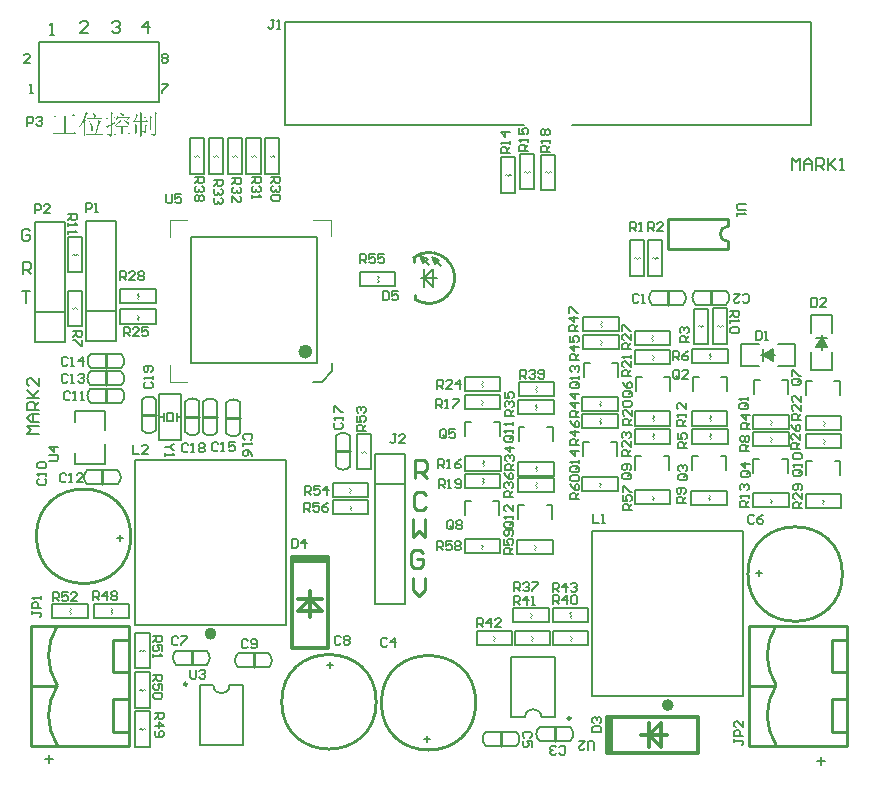
<source format=gto>
G04 Layer_Color=65535*
%FSLAX25Y25*%
%MOIN*%
G70*
G01*
G75*
%ADD28C,0.02000*%
%ADD29C,0.01000*%
%ADD43C,0.00800*%
%ADD44C,0.00787*%
%ADD45C,0.02362*%
%ADD46C,0.00400*%
%ADD47C,0.00500*%
%ADD48C,0.00600*%
%ADD49C,0.01200*%
%ADD50C,0.00394*%
%ADD51C,0.00700*%
G36*
X47477Y221547D02*
X47236Y221297D01*
Y214776D01*
Y214767D01*
Y214748D01*
Y214711D01*
X47227Y214655D01*
Y214600D01*
X47208Y214526D01*
X47171Y214369D01*
X47134Y214285D01*
X47088Y214202D01*
X47032Y214110D01*
X46968Y214026D01*
X46894Y213943D01*
X46801Y213869D01*
X46690Y213795D01*
X46570Y213731D01*
Y213740D01*
Y213758D01*
X46561Y213786D01*
X46542Y213823D01*
X46524Y213869D01*
X46496Y213915D01*
X46450Y213971D01*
X46404Y214036D01*
X46339Y214101D01*
X46265Y214156D01*
X46172Y214221D01*
X46061Y214285D01*
X45932Y214341D01*
X45784Y214387D01*
X45617Y214434D01*
X45423Y214471D01*
Y214600D01*
X45534D01*
X45590Y214591D01*
X45793D01*
X45959Y214581D01*
X46126D01*
X46283Y214572D01*
X46450D01*
X46487Y214581D01*
X46542Y214591D01*
X46607Y214618D01*
X46672Y214655D01*
X46727Y214720D01*
X46764Y214804D01*
X46783Y214914D01*
Y220816D01*
Y220825D01*
Y220844D01*
Y220871D01*
Y220908D01*
Y220964D01*
Y221020D01*
Y221158D01*
X46773Y221325D01*
X46764Y221510D01*
X46755Y221704D01*
X46746Y221898D01*
X47477Y221547D01*
D02*
G37*
G36*
X33009Y221510D02*
X32658Y221232D01*
Y219974D01*
X32936D01*
X33287Y220326D01*
X33842Y219771D01*
X32658D01*
Y217986D01*
X33740Y218476D01*
X33805Y218337D01*
X32658Y217634D01*
Y214600D01*
Y214591D01*
Y214572D01*
X32649Y214545D01*
X32640Y214508D01*
X32612Y214406D01*
X32566Y214285D01*
X32482Y214147D01*
X32427Y214073D01*
X32362Y213999D01*
X32288Y213925D01*
X32205Y213860D01*
X32103Y213795D01*
X31992Y213731D01*
Y213749D01*
X31973Y213795D01*
X31955Y213832D01*
X31936Y213869D01*
X31899Y213915D01*
X31853Y213971D01*
X31798Y214026D01*
X31724Y214082D01*
X31640Y214147D01*
X31539Y214212D01*
X31409Y214276D01*
X31271Y214341D01*
X31104Y214406D01*
X30910Y214471D01*
Y214600D01*
X30919D01*
X30947Y214591D01*
X30984D01*
X31030Y214581D01*
X31095Y214572D01*
X31169Y214563D01*
X31326Y214545D01*
X31492Y214517D01*
X31659Y214508D01*
X31807Y214498D01*
X31872D01*
X31918Y214508D01*
X31927D01*
X31955Y214517D01*
X32001Y214545D01*
X32048Y214581D01*
X32085Y214646D01*
X32131Y214739D01*
X32149Y214794D01*
X32158Y214859D01*
X32168Y214933D01*
Y215016D01*
Y217393D01*
X32158Y217384D01*
X32122Y217366D01*
X32075Y217338D01*
X32010Y217301D01*
X31936Y217255D01*
X31853Y217209D01*
X31668Y217088D01*
X31474Y216959D01*
X31381Y216894D01*
X31298Y216829D01*
X31224Y216774D01*
X31159Y216718D01*
X31113Y216672D01*
X31086Y216626D01*
X30669Y217255D01*
X30678D01*
X30688Y217264D01*
X30716D01*
X30753Y217283D01*
X30799Y217292D01*
X30854Y217310D01*
X30928Y217338D01*
X31012Y217366D01*
X31113Y217393D01*
X31215Y217440D01*
X31345Y217477D01*
X31474Y217532D01*
X31631Y217588D01*
X31789Y217653D01*
X31973Y217726D01*
X32168Y217810D01*
Y219771D01*
X31437D01*
X31012Y219697D01*
X30734Y219974D01*
X32168D01*
Y219993D01*
Y220030D01*
Y220094D01*
Y220178D01*
Y220289D01*
Y220409D01*
Y220538D01*
Y220687D01*
X32158Y221001D01*
X32149Y221316D01*
X32140Y221621D01*
Y221769D01*
X32131Y221898D01*
X33009Y221510D01*
D02*
G37*
G36*
X45904Y220215D02*
X45627Y220011D01*
Y216802D01*
Y216792D01*
Y216755D01*
Y216700D01*
X45636Y216617D01*
Y216515D01*
X45645Y216385D01*
X45654Y216237D01*
X45663Y216071D01*
X45173Y215784D01*
Y215793D01*
Y215821D01*
Y215858D01*
X45182Y215923D01*
Y216006D01*
Y216098D01*
X45192Y216210D01*
Y216348D01*
Y216496D01*
X45201Y216663D01*
Y216848D01*
Y217051D01*
X45210Y217273D01*
Y217505D01*
Y217763D01*
Y218041D01*
Y218059D01*
Y218106D01*
Y218189D01*
Y218291D01*
Y218420D01*
Y218578D01*
Y218744D01*
Y218929D01*
X45201Y219123D01*
Y219327D01*
X45192Y219743D01*
X45182Y220168D01*
Y220372D01*
X45173Y220566D01*
X45904Y220215D01*
D02*
G37*
G36*
X25147Y218836D02*
X25175Y218790D01*
X25221Y218725D01*
X25276Y218633D01*
X25341Y218513D01*
X25425Y218392D01*
X25508Y218245D01*
X25591Y218096D01*
X25767Y217782D01*
X25933Y217477D01*
X25998Y217338D01*
X26063Y217199D01*
X26109Y217088D01*
X26146Y216986D01*
Y216977D01*
X26155Y216968D01*
X26164Y216913D01*
X26192Y216820D01*
X26220Y216718D01*
X26239Y216607D01*
X26266Y216487D01*
X26276Y216367D01*
X26285Y216265D01*
Y216247D01*
Y216210D01*
X26276Y216145D01*
X26257Y216071D01*
X26239Y215978D01*
X26202Y215886D01*
X26155Y215793D01*
X26090Y215710D01*
X26081Y215701D01*
X26063Y215673D01*
X26026Y215645D01*
X25989Y215608D01*
X25943Y215562D01*
X25905Y215534D01*
X25868Y215507D01*
X25831Y215497D01*
X25813D01*
X25804Y215507D01*
X25785Y215525D01*
X25767Y215562D01*
X25748Y215599D01*
X25739Y215664D01*
X25730Y215747D01*
Y215756D01*
Y215766D01*
Y215793D01*
X25721Y215821D01*
Y215867D01*
X25711Y215923D01*
X25693Y216052D01*
X25674Y216219D01*
X25637Y216422D01*
X25600Y216663D01*
X25554Y216931D01*
Y216940D01*
X25545Y216968D01*
X25536Y217005D01*
X25526Y217070D01*
X25508Y217144D01*
X25489Y217236D01*
X25462Y217338D01*
X25434Y217449D01*
X25406Y217579D01*
X25369Y217726D01*
X25323Y217875D01*
X25276Y218041D01*
X25221Y218217D01*
X25166Y218402D01*
X25027Y218790D01*
X25138Y218855D01*
X25147Y218836D01*
D02*
G37*
G36*
X28838Y218781D02*
X28828Y218772D01*
X28782Y218735D01*
X28754Y218707D01*
X28717Y218670D01*
X28681Y218624D01*
X28644Y218559D01*
X28597Y218494D01*
X28542Y218402D01*
X28495Y218309D01*
X28440Y218189D01*
X28385Y218059D01*
X28329Y217912D01*
X28264Y217745D01*
X28209Y217560D01*
Y217551D01*
X28190Y217514D01*
X28172Y217449D01*
X28153Y217366D01*
X28116Y217255D01*
X28070Y217125D01*
X28024Y216968D01*
X27968Y216792D01*
X27904Y216589D01*
X27830Y216367D01*
X27755Y216126D01*
X27663Y215858D01*
X27571Y215562D01*
X27459Y215257D01*
X27349Y214914D01*
X27228Y214563D01*
X28801D01*
X29291Y215044D01*
X29994Y214350D01*
X25091D01*
X24999Y214341D01*
X24888D01*
X24768Y214322D01*
X24620Y214304D01*
X24481Y214285D01*
X24333Y214248D01*
X24018Y214563D01*
X26988D01*
X26997Y214581D01*
X27006Y214628D01*
X27025Y214702D01*
X27062Y214804D01*
X27090Y214933D01*
X27136Y215081D01*
X27182Y215257D01*
X27228Y215442D01*
X27284Y215645D01*
X27339Y215867D01*
X27395Y216089D01*
X27459Y216330D01*
X27571Y216829D01*
X27681Y217329D01*
Y217347D01*
X27691Y217384D01*
X27709Y217458D01*
X27728Y217551D01*
X27746Y217662D01*
X27774Y217782D01*
X27802Y217921D01*
X27830Y218078D01*
X27885Y218383D01*
X27931Y218707D01*
X27959Y218855D01*
X27977Y218994D01*
X27987Y219123D01*
X27996Y219234D01*
X28838Y218781D01*
D02*
G37*
G36*
X24574Y221473D02*
X24259Y221297D01*
X24250Y221279D01*
X24231Y221241D01*
X24204Y221177D01*
X24167Y221094D01*
X24120Y220992D01*
X24074Y220871D01*
X24009Y220742D01*
X23954Y220603D01*
X23815Y220298D01*
X23686Y220002D01*
X23621Y219854D01*
X23565Y219724D01*
X23501Y219595D01*
X23454Y219484D01*
X23908Y219169D01*
X23630Y218957D01*
Y218948D01*
Y218911D01*
Y218855D01*
Y218772D01*
Y218679D01*
Y218568D01*
Y218439D01*
Y218291D01*
Y218133D01*
Y217967D01*
Y217782D01*
Y217597D01*
Y217190D01*
X23639Y216774D01*
Y216339D01*
Y215914D01*
Y215507D01*
X23649Y215118D01*
Y214933D01*
Y214767D01*
Y214609D01*
X23658Y214461D01*
Y214332D01*
Y214221D01*
X23667Y214119D01*
Y214045D01*
X23140Y213758D01*
Y213768D01*
Y213814D01*
Y213878D01*
X23149Y213989D01*
Y214054D01*
Y214128D01*
Y214212D01*
Y214304D01*
Y214415D01*
X23158Y214526D01*
Y214655D01*
Y214794D01*
Y214951D01*
Y215109D01*
X23167Y215284D01*
Y215479D01*
Y215682D01*
Y215895D01*
Y216126D01*
Y216376D01*
X23177Y216635D01*
Y216913D01*
Y217209D01*
Y217514D01*
Y217838D01*
Y218180D01*
Y218541D01*
Y218920D01*
X23167Y218911D01*
X23149Y218864D01*
X23103Y218799D01*
X23056Y218716D01*
X22992Y218615D01*
X22918Y218503D01*
X22835Y218374D01*
X22742Y218235D01*
X22529Y217930D01*
X22307Y217625D01*
X22085Y217329D01*
X21965Y217190D01*
X21854Y217070D01*
X21743Y217144D01*
X21752Y217153D01*
X21771Y217190D01*
X21808Y217246D01*
X21854Y217329D01*
X21919Y217421D01*
X21983Y217542D01*
X22058Y217671D01*
X22141Y217819D01*
X22233Y217986D01*
X22326Y218161D01*
X22427Y218346D01*
X22529Y218541D01*
X22742Y218966D01*
X22945Y219410D01*
X22955Y219428D01*
X22973Y219465D01*
X23001Y219530D01*
X23038Y219623D01*
X23084Y219734D01*
X23131Y219863D01*
X23195Y220021D01*
X23251Y220187D01*
X23315Y220363D01*
X23390Y220557D01*
X23454Y220760D01*
X23519Y220983D01*
X23658Y221427D01*
X23769Y221898D01*
X24574Y221473D01*
D02*
G37*
G36*
X20448Y220474D02*
X17155D01*
Y214767D01*
X19504D01*
X20097Y215358D01*
X20901Y214563D01*
X13973D01*
X13881Y214554D01*
X13769D01*
X13649Y214535D01*
X13501Y214517D01*
X13363Y214498D01*
X13215Y214461D01*
X12900Y214767D01*
X16637D01*
Y220474D01*
X14463D01*
X14371Y220464D01*
X14260D01*
X14130Y220446D01*
X13992Y220427D01*
X13844Y220400D01*
X13695Y220363D01*
X13381Y220677D01*
X19190D01*
X19708Y221204D01*
X20448Y220474D01*
D02*
G37*
G36*
X38143Y217014D02*
X36219D01*
Y214665D01*
X37792D01*
X38245Y215118D01*
X38911Y214461D01*
X34397D01*
X34304Y214452D01*
X34194D01*
X34073Y214434D01*
X33925Y214415D01*
X33786Y214397D01*
X33639Y214359D01*
X33324Y214665D01*
X35729D01*
Y217014D01*
X34684D01*
X34295Y216940D01*
X34018Y217218D01*
X37098D01*
X37514Y217634D01*
X38143Y217014D01*
D02*
G37*
G36*
X35979Y219031D02*
X35627Y218929D01*
X35618Y218920D01*
X35581Y218883D01*
X35526Y218827D01*
X35442Y218762D01*
X35350Y218670D01*
X35239Y218568D01*
X35109Y218466D01*
X34971Y218346D01*
X34813Y218226D01*
X34656Y218096D01*
X34314Y217838D01*
X33962Y217597D01*
X33777Y217495D01*
X33601Y217393D01*
X33527Y217495D01*
X33546Y217505D01*
X33583Y217542D01*
X33648Y217597D01*
X33731Y217662D01*
X33833Y217754D01*
X33944Y217865D01*
X34073Y217986D01*
X34221Y218124D01*
X34360Y218272D01*
X34517Y218439D01*
X34675Y218615D01*
X34822Y218799D01*
X35118Y219188D01*
X35257Y219391D01*
X35377Y219595D01*
X35979Y219031D01*
D02*
G37*
G36*
X35377Y221676D02*
X35424Y221658D01*
X35470Y221630D01*
X35526Y221611D01*
X35599Y221574D01*
X35748Y221510D01*
X35914Y221427D01*
X36081Y221343D01*
X36219Y221269D01*
X36284Y221232D01*
X36340Y221195D01*
X36349Y221186D01*
X36377Y221167D01*
X36423Y221130D01*
X36469Y221075D01*
X36506Y221010D01*
X36543Y220946D01*
X36562Y220862D01*
X36552Y220770D01*
Y220760D01*
X36543Y220733D01*
X36534Y220687D01*
X36515Y220640D01*
X36469Y220538D01*
X36441Y220492D01*
X36404Y220455D01*
X36395Y220446D01*
X36358Y220427D01*
X36303Y220400D01*
X36256Y220391D01*
X36238D01*
X36219Y220400D01*
X36191Y220418D01*
X36164Y220455D01*
X36127Y220492D01*
X36081Y220557D01*
X36044Y220640D01*
X36034Y220659D01*
X36007Y220705D01*
X35960Y220779D01*
X35886Y220890D01*
X35775Y221020D01*
X35646Y221186D01*
X35479Y221371D01*
X35387Y221473D01*
X35276Y221584D01*
X35350Y221686D01*
X35359D01*
X35377Y221676D01*
D02*
G37*
G36*
X26118Y221815D02*
X26155Y221787D01*
X26202Y221750D01*
X26266Y221695D01*
X26349Y221639D01*
X26433Y221565D01*
X26618Y221399D01*
X26812Y221214D01*
X26895Y221121D01*
X26978Y221029D01*
X27043Y220936D01*
X27099Y220853D01*
X27127Y220779D01*
X27145Y220705D01*
Y220687D01*
Y220650D01*
Y220585D01*
X27136Y220520D01*
X27117Y220437D01*
X27090Y220354D01*
X27043Y220280D01*
X26988Y220215D01*
X26978Y220205D01*
X26960Y220196D01*
X26895Y220150D01*
X26821Y220094D01*
X26794Y220085D01*
X26775Y220076D01*
X26766D01*
X26747Y220085D01*
X26719Y220094D01*
X26682Y220122D01*
X26645Y220168D01*
X26618Y220243D01*
X26590Y220335D01*
X26572Y220464D01*
Y220474D01*
X26562Y220492D01*
Y220520D01*
X26544Y220557D01*
X26535Y220613D01*
X26516Y220668D01*
X26488Y220742D01*
X26460Y220816D01*
X26386Y221010D01*
X26285Y221223D01*
X26164Y221473D01*
X26007Y221750D01*
X26109Y221824D01*
X26118Y221815D01*
D02*
G37*
G36*
X271069Y143500D02*
X267131D01*
X269000Y146650D01*
X271069Y143500D01*
D02*
G37*
G36*
X252900Y138932D02*
X249750Y140800D01*
X252900Y142868D01*
Y138932D01*
D02*
G37*
G36*
X34434Y220215D02*
X37968D01*
X38245Y220566D01*
X38809Y220011D01*
X38791D01*
X38763Y220002D01*
X38735D01*
X38643Y219965D01*
X38587Y219937D01*
X38522Y219900D01*
X38449Y219854D01*
X38365Y219798D01*
X38282Y219724D01*
X38190Y219641D01*
X38088Y219539D01*
X37977Y219419D01*
X37875Y219290D01*
X37755Y219132D01*
X37653Y219207D01*
X37968Y220011D01*
X34434D01*
Y220002D01*
Y219956D01*
Y219900D01*
Y219826D01*
X34416Y219660D01*
X34406Y219577D01*
X34397Y219502D01*
Y219493D01*
X34388Y219475D01*
X34378Y219438D01*
X34360Y219401D01*
X34341Y219355D01*
X34304Y219308D01*
X34268Y219271D01*
X34212Y219234D01*
X34203D01*
X34184Y219225D01*
X34129Y219207D01*
X34045Y219179D01*
X33981Y219169D01*
X33972D01*
X33935Y219179D01*
X33879Y219188D01*
X33805Y219216D01*
X33786Y219225D01*
X33759Y219253D01*
X33722Y219281D01*
X33713Y219290D01*
X33703Y219308D01*
Y219318D01*
Y219327D01*
X33713Y219355D01*
X33731Y219391D01*
X33759Y219438D01*
X33796Y219502D01*
X33842Y219577D01*
X33916Y219660D01*
X33925Y219678D01*
X33962Y219724D01*
X34008Y219808D01*
X34064Y219919D01*
X34129Y220058D01*
X34194Y220224D01*
X34249Y220418D01*
X34295Y220640D01*
X34434D01*
Y220215D01*
D02*
G37*
G36*
X36543Y219290D02*
X36599Y219271D01*
X36663Y219244D01*
X36756Y219207D01*
X36848Y219160D01*
X36959Y219114D01*
X37070Y219068D01*
X37311Y218957D01*
X37551Y218846D01*
X37662Y218790D01*
X37764Y218735D01*
X37857Y218679D01*
X37931Y218633D01*
X37949Y218624D01*
X37995Y218587D01*
X38051Y218541D01*
X38125Y218466D01*
X38199Y218383D01*
X38263Y218291D01*
X38319Y218189D01*
X38337Y218087D01*
Y218078D01*
Y218041D01*
Y217995D01*
X38328Y217930D01*
X38319Y217865D01*
X38300Y217791D01*
X38273Y217726D01*
X38227Y217671D01*
X38217Y217662D01*
X38208Y217653D01*
X38162Y217606D01*
X38106Y217551D01*
X38088Y217542D01*
X38069Y217532D01*
X38060D01*
X38041Y217542D01*
X38014Y217551D01*
X37977Y217588D01*
X37921Y217634D01*
X37866Y217708D01*
X37801Y217810D01*
X37764Y217875D01*
X37727Y217949D01*
Y217958D01*
X37709Y217976D01*
X37690Y218004D01*
X37662Y218041D01*
X37635Y218096D01*
X37579Y218152D01*
X37523Y218226D01*
X37459Y218300D01*
X37376Y218392D01*
X37283Y218485D01*
X37181Y218587D01*
X37061Y218698D01*
X36922Y218818D01*
X36774Y218948D01*
X36617Y219068D01*
X36432Y219207D01*
X36497Y219308D01*
X36506D01*
X36543Y219290D01*
D02*
G37*
G36*
X42694Y221547D02*
X42417Y221297D01*
Y220039D01*
X43222D01*
X43601Y220455D01*
X44230Y219835D01*
X42417D01*
Y218790D01*
X43675D01*
X44091Y219207D01*
X44720Y218587D01*
X42417D01*
Y217634D01*
X43564D01*
X43813Y217986D01*
X44331Y217597D01*
X44054Y217356D01*
Y215645D01*
Y215636D01*
Y215617D01*
Y215590D01*
X44045Y215544D01*
X44026Y215433D01*
X43989Y215303D01*
X43952Y215229D01*
X43906Y215155D01*
X43850Y215081D01*
X43786Y215007D01*
X43712Y214942D01*
X43619Y214878D01*
X43508Y214822D01*
X43388Y214767D01*
Y214785D01*
Y214831D01*
X43369Y214905D01*
X43351Y214942D01*
X43323Y214988D01*
X43286Y215044D01*
X43240Y215090D01*
X43185Y215146D01*
X43110Y215192D01*
X43027Y215248D01*
X42916Y215303D01*
X42796Y215349D01*
X42657Y215395D01*
Y215544D01*
X42685D01*
X42704Y215534D01*
X42740D01*
X42833Y215525D01*
X42953Y215507D01*
X43073Y215497D01*
X43194Y215479D01*
X43314Y215470D01*
X43416D01*
X43444Y215479D01*
X43481Y215488D01*
X43527Y215516D01*
X43564Y215553D01*
X43601Y215617D01*
X43628Y215701D01*
X43638Y215821D01*
Y217430D01*
X42417D01*
Y215016D01*
Y215007D01*
Y214988D01*
Y214961D01*
Y214914D01*
Y214868D01*
Y214813D01*
Y214665D01*
X42426Y214508D01*
Y214332D01*
X42435Y214156D01*
X42445Y213980D01*
X41963Y213731D01*
Y213740D01*
Y213786D01*
Y213842D01*
X41973Y213925D01*
Y214017D01*
Y214128D01*
Y214239D01*
X41982Y214369D01*
Y214628D01*
X41991Y214878D01*
Y214998D01*
Y215100D01*
Y215192D01*
Y215266D01*
Y217430D01*
X40770D01*
Y214942D01*
X40317Y214702D01*
Y214711D01*
Y214739D01*
Y214794D01*
X40326Y214859D01*
Y214933D01*
Y215035D01*
X40336Y215137D01*
Y215257D01*
Y215386D01*
X40345Y215516D01*
Y215803D01*
X40354Y216108D01*
Y216413D01*
Y216422D01*
Y216450D01*
Y216496D01*
Y216552D01*
Y216617D01*
Y216709D01*
Y216802D01*
Y216903D01*
X40345Y217134D01*
X40336Y217384D01*
X40326Y217653D01*
X40317Y217912D01*
X40807Y217634D01*
X41991D01*
Y218587D01*
X40770D01*
X40678Y218578D01*
X40567D01*
X40437Y218559D01*
X40299Y218541D01*
X40150Y218513D01*
X40003Y218476D01*
X39688Y218790D01*
X41991D01*
Y219835D01*
X40733D01*
Y219826D01*
X40715Y219808D01*
X40696Y219780D01*
X40678Y219734D01*
X40641Y219688D01*
X40604Y219623D01*
X40521Y219484D01*
X40409Y219336D01*
X40299Y219169D01*
X40169Y219003D01*
X40040Y218855D01*
X39938Y218892D01*
Y218901D01*
X39956Y218929D01*
X39975Y218966D01*
X39993Y219012D01*
X40021Y219077D01*
X40058Y219151D01*
X40132Y219327D01*
X40215Y219530D01*
X40299Y219743D01*
X40382Y219965D01*
X40456Y220178D01*
Y220187D01*
X40465Y220205D01*
X40474Y220233D01*
X40483Y220270D01*
X40511Y220372D01*
X40548Y220511D01*
X40585Y220659D01*
X40622Y220816D01*
X40650Y220973D01*
X40668Y221121D01*
X41335Y220770D01*
X41325Y220760D01*
X41288Y220742D01*
X41242Y220705D01*
X41177Y220640D01*
X41094Y220548D01*
X41057Y220483D01*
X41011Y220418D01*
X40955Y220344D01*
X40909Y220252D01*
X40863Y220150D01*
X40807Y220039D01*
X41991D01*
Y220566D01*
Y220575D01*
Y220603D01*
Y220650D01*
Y220705D01*
Y220779D01*
Y220853D01*
Y221047D01*
X41982Y221251D01*
Y221463D01*
X41973Y221676D01*
X41963Y221861D01*
X42694Y221547D01*
D02*
G37*
G36*
X29643Y219595D02*
X25267D01*
X25193Y219586D01*
X25082D01*
X24962Y219567D01*
X24823Y219549D01*
X24685Y219521D01*
X24536Y219484D01*
X24222Y219798D01*
X28458D01*
X28940Y220289D01*
X29643Y219595D01*
D02*
G37*
D28*
X66400Y48000D02*
G03*
X66400Y48000I-1000J0D01*
G01*
X218800Y24200D02*
G03*
X218800Y24200I-1000J0D01*
G01*
D29*
X133537Y159560D02*
G03*
X133236Y173427I4763J7040D01*
G01*
X276038Y67900D02*
G03*
X276038Y67900I-15748J0D01*
G01*
X38858Y80500D02*
G03*
X38858Y80500I-15748J0D01*
G01*
X253894Y50609D02*
G03*
X253911Y31003I15105J-9790D01*
G01*
X253894Y30610D02*
G03*
X253911Y11003I15105J-9790D01*
G01*
X185414Y19800D02*
G03*
X185414Y19800I-500J0D01*
G01*
X120648Y25310D02*
G03*
X120648Y25310I-15748J0D01*
G01*
X14294Y50510D02*
G03*
X14311Y30903I15105J-9790D01*
G01*
X14294Y30509D02*
G03*
X14311Y10903I15105J-9790D01*
G01*
X57586Y31200D02*
G03*
X57586Y31200I-500J0D01*
G01*
X153848Y24990D02*
G03*
X153848Y24990I-15748J0D01*
G01*
X237800Y183800D02*
G03*
X237800Y178800I0J-2500D01*
G01*
X70800Y119900D02*
X75300D01*
X107300Y108900D02*
X111800D01*
X133236Y172072D02*
Y173427D01*
X133537Y159560D02*
Y160915D01*
X63000Y120300D02*
X67500D01*
X57100Y120400D02*
X61600D01*
X42700Y120900D02*
X47200D01*
X217800Y157700D02*
Y162200D01*
X232100Y157800D02*
Y162300D01*
X29300Y97900D02*
Y102400D01*
X30600Y136700D02*
Y141200D01*
Y130900D02*
Y135400D01*
Y125100D02*
Y129600D01*
X277742Y10564D02*
Y50721D01*
X245065Y10564D02*
X277742D01*
X245065D02*
Y50721D01*
X245261Y30643D02*
X253726D01*
X245065Y50721D02*
X277742D01*
X272624Y35367D02*
X277742D01*
X272624D02*
Y45997D01*
X277742D01*
X272624Y15288D02*
X277742D01*
X272624D02*
Y26312D01*
X277742D01*
X162200Y10700D02*
Y15200D01*
X79800Y36900D02*
Y41400D01*
X38142Y10464D02*
Y50621D01*
X5465Y10464D02*
X38142D01*
X5465D02*
Y50621D01*
X5661Y30542D02*
X14126D01*
X5465Y50621D02*
X38142D01*
X33024Y35267D02*
X38142D01*
X33024D02*
Y45897D01*
X38142D01*
X33024Y15188D02*
X38142D01*
X33024D02*
Y26212D01*
X38142D01*
X59100Y37800D02*
Y42300D01*
X180100Y12300D02*
Y16800D01*
X217800Y186300D02*
X237800D01*
X217800Y176300D02*
Y186300D01*
Y176300D02*
X237800D01*
Y178800D01*
Y183800D02*
Y186300D01*
X133600Y100000D02*
Y105998D01*
X136599D01*
X137599Y104998D01*
Y102999D01*
X136599Y101999D01*
X133600D01*
X135599D02*
X137599Y100000D01*
X137399Y94198D02*
X136399Y95198D01*
X134400D01*
X133400Y94198D01*
Y90200D01*
X134400Y89200D01*
X136399D01*
X137399Y90200D01*
X132800Y86198D02*
Y80200D01*
X134799Y82199D01*
X136799Y80200D01*
Y86198D01*
X136299Y74998D02*
X135299Y75998D01*
X133300D01*
X132300Y74998D01*
Y71000D01*
X133300Y70000D01*
X135299D01*
X136299Y71000D01*
Y72999D01*
X134299D01*
X132800Y66498D02*
Y62499D01*
X134799Y60500D01*
X136799Y62499D01*
Y66498D01*
D43*
X70700Y114851D02*
G03*
X75344Y114900I2300J2100D01*
G01*
X75344Y125100D02*
G03*
X70700Y125051I-2300J-2100D01*
G01*
X111900Y113949D02*
G03*
X107256Y113900I-2300J-2100D01*
G01*
X107256Y103700D02*
G03*
X111900Y103749I2300J2100D01*
G01*
X67600Y125349D02*
G03*
X62956Y125300I-2300J-2100D01*
G01*
X62956Y115100D02*
G03*
X67600Y115149I2300J2100D01*
G01*
X61700Y125449D02*
G03*
X57056Y125400I-2300J-2100D01*
G01*
X57056Y115200D02*
G03*
X61700Y115249I2300J2100D01*
G01*
X42600Y115851D02*
G03*
X47244Y115900I2300J2100D01*
G01*
X47244Y126100D02*
G03*
X42600Y126051I-2300J-2100D01*
G01*
X222849Y157600D02*
G03*
X222800Y162244I-2100J2300D01*
G01*
X212600Y162244D02*
G03*
X212649Y157600I2100J-2300D01*
G01*
X227051Y162400D02*
G03*
X227100Y157756I2100J-2300D01*
G01*
X237300Y157756D02*
G03*
X237251Y162400I-2100J2300D01*
G01*
X24251Y102500D02*
G03*
X24300Y97856I2100J-2300D01*
G01*
X34500Y97856D02*
G03*
X34451Y102500I-2100J2300D01*
G01*
X35649Y136600D02*
G03*
X35600Y141244I-2100J2300D01*
G01*
X25400Y141244D02*
G03*
X25449Y136600I2100J-2300D01*
G01*
X35649Y130800D02*
G03*
X35600Y135444I-2100J2300D01*
G01*
X25400Y135444D02*
G03*
X25449Y130800I2100J-2300D01*
G01*
X35649Y125000D02*
G03*
X35600Y129644I-2100J2300D01*
G01*
X25400Y129644D02*
G03*
X25449Y125000I2100J-2300D01*
G01*
X157151Y15300D02*
G03*
X157200Y10656I2100J-2300D01*
G01*
X167400Y10656D02*
G03*
X167351Y15300I-2100J2300D01*
G01*
X84849Y36800D02*
G03*
X84800Y41444I-2100J2300D01*
G01*
X74600Y41444D02*
G03*
X74649Y36800I2100J-2300D01*
G01*
X64149Y37700D02*
G03*
X64100Y42344I-2100J2300D01*
G01*
X53900Y42344D02*
G03*
X53949Y37700I2100J-2300D01*
G01*
X175051Y16900D02*
G03*
X175100Y12256I2100J-2300D01*
G01*
X185300Y12256D02*
G03*
X185251Y16900I-2100J2300D01*
G01*
X18000Y168500D02*
Y180300D01*
X22700D01*
Y168500D02*
Y180300D01*
X18000Y168500D02*
X22700D01*
X35400Y151400D02*
X47200D01*
X35400D02*
Y156100D01*
X47200D01*
Y151400D02*
Y156100D01*
X70700Y114851D02*
Y125051D01*
X75400Y114900D02*
Y125000D01*
X106200Y87800D02*
X118000D01*
X106200D02*
Y92500D01*
X118000D01*
Y87800D02*
Y92500D01*
X106100Y93600D02*
X117900D01*
X106100D02*
Y98300D01*
X117900D01*
Y93600D02*
Y98300D01*
X111900Y103749D02*
Y113949D01*
X107200Y103800D02*
Y113900D01*
X118900Y102800D02*
Y114600D01*
X114200Y102800D02*
X118900D01*
X114200D02*
Y114600D01*
X118900D01*
X139200Y173600D02*
X142200Y170600D01*
X139187Y173613D02*
X140200Y171200D01*
X141600Y172600D01*
X139187Y173613D02*
X141600Y172600D01*
X135400Y174000D02*
X138400Y171000D01*
X135387Y174013D02*
X136400Y171600D01*
X137800Y173000D01*
X135387Y174013D02*
X137800Y173000D01*
X136700Y163600D02*
Y166600D01*
X139700Y163600D02*
Y166600D01*
X136700D02*
Y169600D01*
Y166600D02*
X139700Y163600D01*
X136700Y166600D02*
X139700Y169600D01*
Y166600D02*
Y169600D01*
X135600Y166600D02*
X140800D01*
X67600Y115149D02*
Y125349D01*
X62900Y115200D02*
Y125300D01*
X61700Y115249D02*
Y125449D01*
X57000Y115300D02*
Y125400D01*
X42600Y115851D02*
Y126051D01*
X47300Y115900D02*
Y126000D01*
X22500Y150600D02*
Y162400D01*
X17800Y150600D02*
X22500D01*
X17800D02*
Y162400D01*
X22500D01*
X168100Y131800D02*
X179900D01*
Y127100D02*
Y131800D01*
X168100Y127100D02*
X179900D01*
X168100D02*
Y131800D01*
X168000Y99800D02*
X179800D01*
Y95100D02*
Y99800D01*
X168000Y95100D02*
X179800D01*
X168000D02*
Y99800D01*
Y121200D02*
X179800D01*
X168000D02*
Y125900D01*
X179800D01*
Y121200D02*
Y125900D01*
X167700Y74600D02*
X179500D01*
X167700D02*
Y79300D01*
X179500D01*
Y74600D02*
Y79300D01*
X168000Y105400D02*
X179800D01*
Y100700D02*
Y105400D01*
X168000Y100700D02*
X179800D01*
X168000D02*
Y105400D01*
X263800Y89800D02*
X275600D01*
X263800D02*
Y94500D01*
X275600D01*
Y89800D02*
Y94500D01*
X263900Y115900D02*
X275700D01*
X263900D02*
Y120600D01*
X275700D01*
Y115900D02*
Y120600D01*
X263900Y110000D02*
X275700D01*
X263900D02*
Y114700D01*
X275700D01*
Y110000D02*
Y114700D01*
X246300Y90100D02*
X258100D01*
X246300D02*
Y94800D01*
X258100D01*
Y90100D02*
Y94800D01*
X246400Y116300D02*
X258200D01*
X246400D02*
Y121000D01*
X258200D01*
Y116300D02*
Y121000D01*
X246400Y110600D02*
X258200D01*
X246400D02*
Y115300D01*
X258200D01*
Y110600D02*
Y115300D01*
X206900Y91100D02*
X218700D01*
X206900D02*
Y95800D01*
X218700D01*
Y91100D02*
Y95800D01*
X206900Y116100D02*
X218700D01*
Y111400D02*
Y116100D01*
X206900Y111400D02*
X218700D01*
X206900D02*
Y116100D01*
Y138000D02*
X218700D01*
X206900D02*
Y142700D01*
X218700D01*
Y138000D02*
Y142700D01*
X206900Y122100D02*
X218700D01*
Y117400D02*
Y122100D01*
X206900Y117400D02*
X218700D01*
X206900D02*
Y122100D01*
X206800Y148800D02*
X218600D01*
Y144100D02*
Y148800D01*
X206800Y144100D02*
X218600D01*
X206800D02*
Y148800D01*
X189300Y95500D02*
X201100D01*
X189300D02*
Y100200D01*
X201100D01*
Y95500D02*
Y100200D01*
X226000Y138200D02*
X237800D01*
X226000D02*
Y142900D01*
X237800D01*
Y138200D02*
Y142900D01*
X212649Y157600D02*
X222849D01*
X212700Y162300D02*
X222800D01*
X232900Y144700D02*
Y156500D01*
X237600D01*
Y144700D02*
Y156500D01*
X232900Y144700D02*
X237600D01*
X227051Y162400D02*
X237251D01*
X227100Y157700D02*
X237200D01*
X226500Y144600D02*
Y156400D01*
X231200D01*
Y144600D02*
Y156400D01*
X226500Y144600D02*
X231200D01*
X225900Y122100D02*
X237700D01*
Y117400D02*
Y122100D01*
X225900Y117400D02*
X237700D01*
X225900D02*
Y122100D01*
X225700Y95700D02*
X237500D01*
Y91000D02*
Y95700D01*
X225700Y91000D02*
X237500D01*
X225700D02*
Y95700D01*
X226000Y116100D02*
X237800D01*
Y111400D02*
Y116100D01*
X226000Y111400D02*
X237800D01*
X226000D02*
Y116100D01*
X150100Y74800D02*
X161900D01*
X150100D02*
Y79500D01*
X161900D01*
Y74800D02*
Y79500D01*
X150100Y133600D02*
X161900D01*
Y128900D02*
Y133600D01*
X150100Y128900D02*
X161900D01*
X150100D02*
Y133600D01*
Y123000D02*
X161900D01*
X150100D02*
Y127700D01*
X161900D01*
Y123000D02*
Y127700D01*
X150300Y107100D02*
X162100D01*
Y102400D02*
Y107100D01*
X150300Y102400D02*
X162100D01*
X150300D02*
Y107100D01*
X150200Y101300D02*
X162000D01*
Y96600D02*
Y101300D01*
X150200Y96600D02*
X162000D01*
X150200D02*
Y101300D01*
X189400Y127000D02*
X201200D01*
Y122300D02*
Y127000D01*
X189400Y122300D02*
X201200D01*
X189400D02*
Y127000D01*
Y121300D02*
X201200D01*
Y116600D02*
Y121300D01*
X189400Y116600D02*
X201200D01*
X189400D02*
Y121300D01*
X189700Y143000D02*
X201500D01*
X189700D02*
Y147700D01*
X201500D01*
Y143000D02*
Y147700D01*
X175700Y195900D02*
Y207700D01*
X180400D01*
Y195900D02*
Y207700D01*
X175700Y195900D02*
X180400D01*
X168600Y196100D02*
Y207900D01*
X173300D01*
Y196100D02*
Y207900D01*
X168600Y196100D02*
X173300D01*
X162200Y195000D02*
Y206800D01*
X166900D01*
Y195000D02*
Y206800D01*
X162200Y195000D02*
X166900D01*
X88400Y201300D02*
Y213100D01*
X83700Y201300D02*
X88400D01*
X83700D02*
Y213100D01*
X88400D01*
X82100Y201300D02*
Y213100D01*
X77400Y201300D02*
X82100D01*
X77400D02*
Y213100D01*
X82100D01*
X75800Y201300D02*
Y213100D01*
X71100Y201300D02*
X75800D01*
X71100D02*
Y213100D01*
X75800D01*
X63200Y201300D02*
Y213100D01*
X58500Y201300D02*
X63200D01*
X58500D02*
Y213100D01*
X63200D01*
X69500Y201300D02*
Y213100D01*
X64800Y201300D02*
X69500D01*
X64800D02*
Y213100D01*
X69500D01*
X189700Y153500D02*
X201500D01*
Y148800D02*
Y153500D01*
X189700Y148800D02*
X201500D01*
X189700D02*
Y153500D01*
X24251Y102500D02*
X34451D01*
X24300Y97800D02*
X34400D01*
X25449Y136600D02*
X35649D01*
X25500Y141300D02*
X35600D01*
X25449Y130800D02*
X35649D01*
X25500Y135500D02*
X35600D01*
X20257Y122358D02*
X30100D01*
X20257Y104642D02*
Y108382D01*
Y104642D02*
X30100D01*
Y111138D01*
X20257Y118618D02*
Y122358D01*
X30100Y115862D02*
Y122358D01*
X25449Y125000D02*
X35649D01*
X25500Y129700D02*
X35600D01*
X166400Y52000D02*
X178200D01*
X166400D02*
Y56700D01*
X178200D01*
Y52000D02*
Y56700D01*
X179600Y44300D02*
X191400D01*
X179600D02*
Y49000D01*
X191400D01*
Y44300D02*
Y49000D01*
X179500Y52000D02*
X191300D01*
X179500D02*
Y56700D01*
X191300D01*
Y52000D02*
Y56700D01*
X157151Y15300D02*
X167351D01*
X157200Y10600D02*
X167300D01*
X74649Y36800D02*
X84849D01*
X74700Y41500D02*
X84800D01*
X53949Y37700D02*
X64149D01*
X54000Y42400D02*
X64100D01*
X154100Y44300D02*
X165900D01*
X154100D02*
Y49000D01*
X165900D01*
Y44300D02*
Y49000D01*
X166800Y44300D02*
X178600D01*
X166800D02*
Y49000D01*
X178600D01*
Y44300D02*
Y49000D01*
X175051Y16900D02*
X185251D01*
X175100Y12200D02*
X185200D01*
X26500Y57900D02*
X38300D01*
Y53200D02*
Y57900D01*
X26500Y53200D02*
X38300D01*
X26500D02*
Y57900D01*
X12700D02*
X24500D01*
Y53200D02*
Y57900D01*
X12700Y53200D02*
X24500D01*
X12700D02*
Y57900D01*
X40400Y10400D02*
Y22200D01*
X45100D01*
Y10400D02*
Y22200D01*
X40400Y10400D02*
X45100D01*
X40400Y23400D02*
Y35200D01*
X45100D01*
Y23400D02*
Y35200D01*
X40400Y23400D02*
X45100D01*
X40400Y36500D02*
Y48300D01*
X45100D01*
Y36500D02*
Y48300D01*
X40400Y36500D02*
X45100D01*
X115200Y168500D02*
X127000D01*
Y163800D02*
Y168500D01*
X115200Y163800D02*
X127000D01*
X115200D02*
Y168500D01*
X211200Y167400D02*
Y179200D01*
X215900D01*
Y167400D02*
Y179200D01*
X211200Y167400D02*
X215900D01*
X205300D02*
Y179200D01*
X210000D01*
Y167400D02*
Y179200D01*
X205300Y167400D02*
X210000D01*
X35300Y158200D02*
X47100D01*
X35300D02*
Y162900D01*
X47100D01*
Y158200D02*
Y162900D01*
D44*
X175658Y20200D02*
G03*
X170250Y20200I-2704J0D01*
G01*
X66342Y30800D02*
G03*
X71750Y30800I2704J0D01*
G01*
X120300Y107800D02*
X130300D01*
Y57800D02*
Y107800D01*
X120300Y57800D02*
Y107800D01*
Y57800D02*
X130300D01*
X120300Y97800D02*
X130300D01*
X90105Y251826D02*
X265695D01*
Y217574D02*
Y251826D01*
X90105Y217574D02*
X170026D01*
X90105D02*
Y251826D01*
X185774Y217574D02*
X265695D01*
X167972Y86159D02*
Y90883D01*
X177421D02*
X179389D01*
X167972D02*
X169940D01*
X179389Y86159D02*
Y90883D01*
X168091Y112119D02*
Y116843D01*
X177540D02*
X179509D01*
X168091D02*
X170060D01*
X179509Y112119D02*
Y116843D01*
X263791Y127419D02*
Y132143D01*
X273240D02*
X275209D01*
X263791D02*
X265760D01*
X275209Y127419D02*
Y132143D01*
X263991Y101019D02*
Y105743D01*
X273440D02*
X275409D01*
X263991D02*
X265960D01*
X275409Y101019D02*
Y105743D01*
X242245Y137357D02*
Y144443D01*
X254450Y137357D02*
X260355D01*
Y144443D01*
X254450D02*
X260355D01*
X248938Y140900D02*
X253662D01*
X249725Y138932D02*
Y142868D01*
X242245Y137357D02*
X248150D01*
X242245Y144443D02*
X248150D01*
X246572Y127759D02*
Y132483D01*
X256021D02*
X257989D01*
X246572D02*
X248540D01*
X257989Y127759D02*
Y132483D01*
X246391Y101519D02*
Y106243D01*
X255840D02*
X257809D01*
X246391D02*
X248360D01*
X257809Y101519D02*
Y106243D01*
X206991Y102419D02*
Y107143D01*
X216440D02*
X218409D01*
X206991D02*
X208960D01*
X218409Y102419D02*
Y107143D01*
X207191Y128919D02*
Y133643D01*
X216640D02*
X218609D01*
X207191D02*
X209160D01*
X218609Y128919D02*
Y133643D01*
X189491Y107319D02*
Y112043D01*
X198940D02*
X200909D01*
X189491D02*
X191460D01*
X200909Y107319D02*
Y112043D01*
X226191Y129019D02*
Y133743D01*
X235640D02*
X237609D01*
X226191D02*
X228160D01*
X237609Y129019D02*
Y133743D01*
X225991Y102419D02*
Y107143D01*
X235440D02*
X237409D01*
X225991D02*
X227960D01*
X237409Y102419D02*
Y107143D01*
X150391Y113919D02*
Y118643D01*
X159840D02*
X161809D01*
X150391D02*
X152360D01*
X161809Y113919D02*
Y118643D01*
X150291Y87519D02*
Y92243D01*
X159740D02*
X161709D01*
X150291D02*
X152260D01*
X161709Y87519D02*
Y92243D01*
X189791Y133619D02*
Y138343D01*
X199240D02*
X201209D01*
X189791D02*
X191760D01*
X201209Y133619D02*
Y138343D01*
X180200Y20200D02*
Y40200D01*
X165700Y20200D02*
Y40200D01*
Y20200D02*
X170109D01*
X175818D02*
X180200D01*
X167200Y40200D02*
X180200D01*
X165700D02*
X167300D01*
X61800Y10800D02*
Y30800D01*
X76300Y10800D02*
Y30800D01*
X71890D02*
X76300D01*
X61800D02*
X66182D01*
X61800Y10800D02*
X74800D01*
X74700D02*
X76300D01*
X48200Y225300D02*
Y245300D01*
X8200Y225300D02*
Y245300D01*
X48200D01*
X8200Y225300D02*
X48200D01*
X99719Y132000D02*
X102519D01*
X105946Y135427D01*
Y138200D01*
X100963Y138137D02*
Y180263D01*
X58837Y138137D02*
Y180263D01*
Y138137D02*
X100963D01*
X58837Y180263D02*
X100963D01*
X23800Y145700D02*
X33800D01*
X23800D02*
Y185700D01*
X33800Y145700D02*
Y185700D01*
X23800D02*
X33800D01*
X23800Y155700D02*
X33800D01*
X6800Y145200D02*
X16800D01*
X6800D02*
Y185200D01*
X16800Y145200D02*
Y185200D01*
X6800D02*
X16800D01*
X6800Y155200D02*
X16800D01*
X265557Y154155D02*
X272643D01*
X265557Y136045D02*
Y141950D01*
Y136045D02*
X272643D01*
Y141950D01*
X269100Y142738D02*
Y147462D01*
X267131Y146675D02*
X271069D01*
X265557Y148250D02*
Y154155D01*
X272643Y148250D02*
Y154155D01*
D45*
X98207Y142074D02*
G03*
X98207Y142074I-1181J0D01*
G01*
D46*
X19334Y174360D02*
X19687Y174713D01*
X20300Y174100D01*
X20875Y174725D01*
X21240Y174360D01*
X40987Y153087D02*
X41340Y152734D01*
X40987Y153087D02*
X41600Y153700D01*
X40975Y154275D02*
X41600Y153700D01*
X40975Y154275D02*
X41340Y154640D01*
X111787Y89487D02*
X112140Y89135D01*
X111787Y89487D02*
X112400Y90100D01*
X111775Y90675D02*
X112400Y90100D01*
X111775Y90675D02*
X112140Y91040D01*
X111687Y95287D02*
X112040Y94934D01*
X111687Y95287D02*
X112300Y95900D01*
X111675Y96475D02*
X112300Y95900D01*
X111675Y96475D02*
X112040Y96840D01*
X117213Y108387D02*
X117566Y108740D01*
X116600Y109000D02*
X117213Y108387D01*
X116025Y108375D02*
X116600Y109000D01*
X115660Y108740D02*
X116025Y108375D01*
X20813Y156187D02*
X21166Y156540D01*
X20200Y156800D02*
X20813Y156187D01*
X19625Y156175D02*
X20200Y156800D01*
X19260Y156540D02*
X19625Y156175D01*
X173960Y130465D02*
X174313Y130113D01*
X173700Y129500D02*
X174313Y130113D01*
X173700Y129500D02*
X174325Y128925D01*
X173960Y128560D02*
X174325Y128925D01*
X173860Y98466D02*
X174213Y98113D01*
X173600Y97500D02*
X174213Y98113D01*
X173600Y97500D02*
X174225Y96925D01*
X173860Y96560D02*
X174225Y96925D01*
X173587Y122887D02*
X173940Y122535D01*
X173587Y122887D02*
X174200Y123500D01*
X173575Y124075D02*
X174200Y123500D01*
X173575Y124075D02*
X173940Y124440D01*
X173287Y76287D02*
X173640Y75934D01*
X173287Y76287D02*
X173900Y76900D01*
X173275Y77475D02*
X173900Y76900D01*
X173275Y77475D02*
X173640Y77840D01*
X173860Y104066D02*
X174213Y103713D01*
X173600Y103100D02*
X174213Y103713D01*
X173600Y103100D02*
X174225Y102525D01*
X173860Y102160D02*
X174225Y102525D01*
X269387Y91487D02*
X269740Y91135D01*
X269387Y91487D02*
X270000Y92100D01*
X269375Y92675D02*
X270000Y92100D01*
X269375Y92675D02*
X269740Y93040D01*
X269487Y117587D02*
X269840Y117235D01*
X269487Y117587D02*
X270100Y118200D01*
X269475Y118775D02*
X270100Y118200D01*
X269475Y118775D02*
X269840Y119140D01*
X269487Y111687D02*
X269840Y111335D01*
X269487Y111687D02*
X270100Y112300D01*
X269475Y112875D02*
X270100Y112300D01*
X269475Y112875D02*
X269840Y113240D01*
X251887Y91787D02*
X252240Y91435D01*
X251887Y91787D02*
X252500Y92400D01*
X251875Y92975D02*
X252500Y92400D01*
X251875Y92975D02*
X252240Y93340D01*
X251987Y117987D02*
X252340Y117634D01*
X251987Y117987D02*
X252600Y118600D01*
X251975Y119175D02*
X252600Y118600D01*
X251975Y119175D02*
X252340Y119540D01*
X251987Y112287D02*
X252340Y111934D01*
X251987Y112287D02*
X252600Y112900D01*
X251975Y113475D02*
X252600Y112900D01*
X251975Y113475D02*
X252340Y113840D01*
X212487Y92787D02*
X212840Y92435D01*
X212487Y92787D02*
X213100Y93400D01*
X212475Y93975D02*
X213100Y93400D01*
X212475Y93975D02*
X212840Y94340D01*
X212760Y114766D02*
X213113Y114413D01*
X212500Y113800D02*
X213113Y114413D01*
X212500Y113800D02*
X213125Y113225D01*
X212760Y112860D02*
X213125Y113225D01*
X212487Y139687D02*
X212840Y139334D01*
X212487Y139687D02*
X213100Y140300D01*
X212475Y140875D02*
X213100Y140300D01*
X212475Y140875D02*
X212840Y141240D01*
X212760Y120765D02*
X213113Y120413D01*
X212500Y119800D02*
X213113Y120413D01*
X212500Y119800D02*
X213125Y119225D01*
X212760Y118860D02*
X213125Y119225D01*
X212660Y147466D02*
X213013Y147113D01*
X212400Y146500D02*
X213013Y147113D01*
X212400Y146500D02*
X213025Y145925D01*
X212660Y145560D02*
X213025Y145925D01*
X194887Y97187D02*
X195240Y96834D01*
X194887Y97187D02*
X195500Y97800D01*
X194875Y98375D02*
X195500Y97800D01*
X194875Y98375D02*
X195240Y98740D01*
X231587Y139887D02*
X231940Y139534D01*
X231587Y139887D02*
X232200Y140500D01*
X231575Y141075D02*
X232200Y140500D01*
X231575Y141075D02*
X231940Y141440D01*
X234234Y150560D02*
X234587Y150913D01*
X235200Y150300D01*
X235775Y150925D01*
X236140Y150560D01*
X227835Y150460D02*
X228187Y150813D01*
X228800Y150200D01*
X229375Y150825D01*
X229740Y150460D01*
X231760Y120765D02*
X232113Y120413D01*
X231500Y119800D02*
X232113Y120413D01*
X231500Y119800D02*
X232125Y119225D01*
X231760Y118860D02*
X232125Y119225D01*
X231560Y94366D02*
X231913Y94013D01*
X231300Y93400D02*
X231913Y94013D01*
X231300Y93400D02*
X231925Y92825D01*
X231560Y92460D02*
X231925Y92825D01*
X231860Y114766D02*
X232213Y114413D01*
X231600Y113800D02*
X232213Y114413D01*
X231600Y113800D02*
X232225Y113225D01*
X231860Y112860D02*
X232225Y113225D01*
X155687Y76487D02*
X156040Y76135D01*
X155687Y76487D02*
X156300Y77100D01*
X155675Y77675D02*
X156300Y77100D01*
X155675Y77675D02*
X156040Y78040D01*
X155960Y132265D02*
X156313Y131913D01*
X155700Y131300D02*
X156313Y131913D01*
X155700Y131300D02*
X156325Y130725D01*
X155960Y130360D02*
X156325Y130725D01*
X155687Y124687D02*
X156040Y124335D01*
X155687Y124687D02*
X156300Y125300D01*
X155675Y125875D02*
X156300Y125300D01*
X155675Y125875D02*
X156040Y126240D01*
X156160Y105765D02*
X156513Y105413D01*
X155900Y104800D02*
X156513Y105413D01*
X155900Y104800D02*
X156525Y104225D01*
X156160Y103860D02*
X156525Y104225D01*
X156060Y99966D02*
X156413Y99613D01*
X155800Y99000D02*
X156413Y99613D01*
X155800Y99000D02*
X156425Y98425D01*
X156060Y98060D02*
X156425Y98425D01*
X195260Y125665D02*
X195613Y125313D01*
X195000Y124700D02*
X195613Y125313D01*
X195000Y124700D02*
X195625Y124125D01*
X195260Y123760D02*
X195625Y124125D01*
X195260Y119966D02*
X195613Y119613D01*
X195000Y119000D02*
X195613Y119613D01*
X195000Y119000D02*
X195625Y118425D01*
X195260Y118060D02*
X195625Y118425D01*
X195287Y144687D02*
X195640Y144334D01*
X195287Y144687D02*
X195900Y145300D01*
X195275Y145875D02*
X195900Y145300D01*
X195275Y145875D02*
X195640Y146240D01*
X177034Y201760D02*
X177387Y202113D01*
X178000Y201500D01*
X178575Y202125D01*
X178940Y201760D01*
X169934Y201960D02*
X170287Y202313D01*
X170900Y201700D01*
X171475Y202325D01*
X171840Y201960D01*
X163534Y200860D02*
X163887Y201213D01*
X164500Y200600D01*
X165075Y201225D01*
X165440Y200860D01*
X86713Y206887D02*
X87066Y207240D01*
X86100Y207500D02*
X86713Y206887D01*
X85525Y206875D02*
X86100Y207500D01*
X85160Y207240D02*
X85525Y206875D01*
X80413Y206887D02*
X80765Y207240D01*
X79800Y207500D02*
X80413Y206887D01*
X79225Y206875D02*
X79800Y207500D01*
X78860Y207240D02*
X79225Y206875D01*
X74113Y206887D02*
X74466Y207240D01*
X73500Y207500D02*
X74113Y206887D01*
X72925Y206875D02*
X73500Y207500D01*
X72560Y207240D02*
X72925Y206875D01*
X61513Y206887D02*
X61866Y207240D01*
X60900Y207500D02*
X61513Y206887D01*
X60325Y206875D02*
X60900Y207500D01*
X59960Y207240D02*
X60325Y206875D01*
X67813Y206887D02*
X68165Y207240D01*
X67200Y207500D02*
X67813Y206887D01*
X66625Y206875D02*
X67200Y207500D01*
X66260Y207240D02*
X66625Y206875D01*
X195560Y152165D02*
X195913Y151813D01*
X195300Y151200D02*
X195913Y151813D01*
X195300Y151200D02*
X195925Y150625D01*
X195560Y150260D02*
X195925Y150625D01*
X171987Y53687D02*
X172340Y53334D01*
X171987Y53687D02*
X172600Y54300D01*
X171975Y54875D02*
X172600Y54300D01*
X171975Y54875D02*
X172340Y55240D01*
X185187Y45987D02*
X185540Y45634D01*
X185187Y45987D02*
X185800Y46600D01*
X185175Y47175D02*
X185800Y46600D01*
X185175Y47175D02*
X185540Y47540D01*
X185087Y53687D02*
X185440Y53334D01*
X185087Y53687D02*
X185700Y54300D01*
X185075Y54875D02*
X185700Y54300D01*
X185075Y54875D02*
X185440Y55240D01*
X159687Y45987D02*
X160040Y45634D01*
X159687Y45987D02*
X160300Y46600D01*
X159675Y47175D02*
X160300Y46600D01*
X159675Y47175D02*
X160040Y47540D01*
X172387Y45987D02*
X172740Y45634D01*
X172387Y45987D02*
X173000Y46600D01*
X172375Y47175D02*
X173000Y46600D01*
X172375Y47175D02*
X172740Y47540D01*
X32360Y56565D02*
X32713Y56213D01*
X32100Y55600D02*
X32713Y56213D01*
X32100Y55600D02*
X32725Y55025D01*
X32360Y54660D02*
X32725Y55025D01*
X18560Y56565D02*
X18913Y56213D01*
X18300Y55600D02*
X18913Y56213D01*
X18300Y55600D02*
X18925Y55025D01*
X18560Y54660D02*
X18925Y55025D01*
X41734Y16260D02*
X42087Y16613D01*
X42700Y16000D01*
X43275Y16625D01*
X43640Y16260D01*
X41734Y29260D02*
X42087Y29613D01*
X42700Y29000D01*
X43275Y29625D01*
X43640Y29260D01*
X41734Y42360D02*
X42087Y42713D01*
X42700Y42100D01*
X43275Y42725D01*
X43640Y42360D01*
X121060Y167166D02*
X121413Y166813D01*
X120800Y166200D02*
X121413Y166813D01*
X120800Y166200D02*
X121425Y165625D01*
X121060Y165260D02*
X121425Y165625D01*
X212534Y173260D02*
X212887Y173613D01*
X213500Y173000D01*
X214075Y173625D01*
X214440Y173260D01*
X206634D02*
X206987Y173613D01*
X207600Y173000D01*
X208175Y173625D01*
X208540Y173260D01*
X40887Y159887D02*
X41240Y159535D01*
X40887Y159887D02*
X41500Y160500D01*
X40875Y161075D02*
X41500Y160500D01*
X40875Y161075D02*
X41240Y161440D01*
D47*
X90597Y50941D02*
Y56697D01*
X45400Y50941D02*
X90597D01*
X40203Y106059D02*
X90597D01*
Y56697D02*
Y106059D01*
X40203Y50941D02*
X45959D01*
X40203D02*
Y106059D01*
X54200Y120300D02*
X55600D01*
X48400D02*
X49800D01*
X51000Y121693D02*
X53000D01*
X51000Y118937D02*
X53000D01*
Y121693D01*
X51000Y118937D02*
Y121693D01*
X54200Y118937D02*
Y121693D01*
X49800Y118937D02*
Y121693D01*
X48400Y112600D02*
X55600D01*
Y127842D01*
X48400Y112600D02*
Y127842D01*
X55600D01*
X242997Y27141D02*
Y32897D01*
X197800Y27141D02*
X242997D01*
X192603Y82259D02*
X242997D01*
Y32897D02*
Y82259D01*
X192603Y27141D02*
X198359D01*
X192603D02*
Y82259D01*
X188300Y92800D02*
X185301D01*
Y94300D01*
X185801Y94799D01*
X186801D01*
X187300Y94300D01*
Y92800D01*
Y93800D02*
X188300Y94799D01*
X185301Y97798D02*
X185801Y96799D01*
X186801Y95799D01*
X187800D01*
X188300Y96299D01*
Y97299D01*
X187800Y97798D01*
X187300D01*
X186801Y97299D01*
Y95799D01*
X185801Y98798D02*
X185301Y99298D01*
Y100298D01*
X185801Y100797D01*
X187800D01*
X188300Y100298D01*
Y99298D01*
X187800Y98798D01*
X185801D01*
X166400Y74600D02*
X163401D01*
Y76099D01*
X163901Y76599D01*
X164901D01*
X165400Y76099D01*
Y74600D01*
Y75600D02*
X166400Y76599D01*
X163401Y79598D02*
Y77599D01*
X164901D01*
X164401Y78599D01*
Y79099D01*
X164901Y79598D01*
X165900D01*
X166400Y79099D01*
Y78099D01*
X165900Y77599D01*
Y80598D02*
X166400Y81098D01*
Y82098D01*
X165900Y82597D01*
X163901D01*
X163401Y82098D01*
Y81098D01*
X163901Y80598D01*
X164401D01*
X164901Y81098D01*
Y82597D01*
X140900Y75800D02*
Y78799D01*
X142400D01*
X142899Y78299D01*
Y77299D01*
X142400Y76800D01*
X140900D01*
X141900D02*
X142899Y75800D01*
X145898Y78799D02*
X143899D01*
Y77299D01*
X144899Y77799D01*
X145399D01*
X145898Y77299D01*
Y76300D01*
X145399Y75800D01*
X144399D01*
X143899Y76300D01*
X146898Y78299D02*
X147398Y78799D01*
X148398D01*
X148897Y78299D01*
Y77799D01*
X148398Y77299D01*
X148897Y76800D01*
Y76300D01*
X148398Y75800D01*
X147398D01*
X146898Y76300D01*
Y76800D01*
X147398Y77299D01*
X146898Y77799D01*
Y78299D01*
X147398Y77299D02*
X148398D01*
X205800Y89200D02*
X202801D01*
Y90699D01*
X203301Y91199D01*
X204300D01*
X204800Y90699D01*
Y89200D01*
Y90200D02*
X205800Y91199D01*
X202801Y94198D02*
Y92199D01*
X204300D01*
X203801Y93199D01*
Y93699D01*
X204300Y94198D01*
X205300D01*
X205800Y93699D01*
Y92699D01*
X205300Y92199D01*
X202801Y95198D02*
Y97197D01*
X203301D01*
X205300Y95198D01*
X205800D01*
X240001Y12799D02*
Y11800D01*
Y12299D01*
X242500D01*
X243000Y11800D01*
Y11300D01*
X242500Y10800D01*
X243000Y13799D02*
X240001D01*
Y15299D01*
X240501Y15798D01*
X241500D01*
X242000Y15299D01*
Y13799D01*
X243000Y18797D02*
Y16798D01*
X241001Y18797D01*
X240501D01*
X240001Y18298D01*
Y17298D01*
X240501Y16798D01*
X4300Y217400D02*
Y220399D01*
X5799D01*
X6299Y219899D01*
Y218899D01*
X5799Y218400D01*
X4300D01*
X7299Y219899D02*
X7799Y220399D01*
X8799D01*
X9298Y219899D01*
Y219399D01*
X8799Y218899D01*
X8299D01*
X8799D01*
X9298Y218400D01*
Y217900D01*
X8799Y217400D01*
X7799D01*
X7299Y217900D01*
X53299Y111200D02*
X52799D01*
X51799Y110200D01*
X52799Y109201D01*
X53299D01*
X51799Y110200D02*
X50300D01*
Y108201D02*
Y107201D01*
Y107701D01*
X53299D01*
X52799Y108201D01*
X50681Y194439D02*
Y191940D01*
X51180Y191440D01*
X52180D01*
X52680Y191940D01*
Y194439D01*
X55679D02*
X53680D01*
Y192940D01*
X54679Y193440D01*
X55179D01*
X55679Y192940D01*
Y191940D01*
X55179Y191440D01*
X54179D01*
X53680Y191940D01*
X11601Y105600D02*
X14100D01*
X14600Y106100D01*
Y107099D01*
X14100Y107599D01*
X11601D01*
X14600Y110099D02*
X11601D01*
X13101Y108599D01*
Y110598D01*
X58600Y35999D02*
Y33500D01*
X59100Y33000D01*
X60100D01*
X60599Y33500D01*
Y35999D01*
X61599Y35499D02*
X62099Y35999D01*
X63099D01*
X63598Y35499D01*
Y34999D01*
X63099Y34499D01*
X62599D01*
X63099D01*
X63598Y34000D01*
Y33500D01*
X63099Y33000D01*
X62099D01*
X61599Y33500D01*
X193100Y9301D02*
Y11800D01*
X192600Y12300D01*
X191601D01*
X191101Y11800D01*
Y9301D01*
X188102Y12300D02*
X190101D01*
X188102Y10301D01*
Y9801D01*
X188601Y9301D01*
X189601D01*
X190101Y9801D01*
X96600Y88600D02*
Y91599D01*
X98099D01*
X98599Y91099D01*
Y90100D01*
X98099Y89600D01*
X96600D01*
X97600D02*
X98599Y88600D01*
X101598Y91599D02*
X99599D01*
Y90100D01*
X100599Y90599D01*
X101099D01*
X101598Y90100D01*
Y89100D01*
X101099Y88600D01*
X100099D01*
X99599Y89100D01*
X104597Y91599D02*
X103598Y91099D01*
X102598Y90100D01*
Y89100D01*
X103098Y88600D01*
X104098D01*
X104597Y89100D01*
Y89600D01*
X104098Y90100D01*
X102598D01*
X115280Y171440D02*
Y174439D01*
X116780D01*
X117280Y173939D01*
Y172940D01*
X116780Y172440D01*
X115280D01*
X116280D02*
X117280Y171440D01*
X120279Y174439D02*
X118280D01*
Y172940D01*
X119279Y173440D01*
X119779D01*
X120279Y172940D01*
Y171940D01*
X119779Y171440D01*
X118779D01*
X118280Y171940D01*
X123278Y174439D02*
X121279D01*
Y172940D01*
X122278Y173440D01*
X122778D01*
X123278Y172940D01*
Y171940D01*
X122778Y171440D01*
X121778D01*
X121279Y171940D01*
X96900Y94400D02*
Y97399D01*
X98400D01*
X98899Y96899D01*
Y95899D01*
X98400Y95400D01*
X96900D01*
X97900D02*
X98899Y94400D01*
X101898Y97399D02*
X99899D01*
Y95899D01*
X100899Y96399D01*
X101399D01*
X101898Y95899D01*
Y94900D01*
X101399Y94400D01*
X100399D01*
X99899Y94900D01*
X104398Y94400D02*
Y97399D01*
X102898Y95899D01*
X104897D01*
X117100Y115700D02*
X114101D01*
Y117200D01*
X114601Y117699D01*
X115601D01*
X116100Y117200D01*
Y115700D01*
Y116700D02*
X117100Y117699D01*
X114101Y120698D02*
Y118699D01*
X115601D01*
X115101Y119699D01*
Y120199D01*
X115601Y120698D01*
X116600D01*
X117100Y120199D01*
Y119199D01*
X116600Y118699D01*
X114601Y121698D02*
X114101Y122198D01*
Y123198D01*
X114601Y123697D01*
X115101D01*
X115601Y123198D01*
Y122698D01*
Y123198D01*
X116100Y123697D01*
X116600D01*
X117100Y123198D01*
Y122198D01*
X116600Y121698D01*
X12800Y58900D02*
Y61899D01*
X14299D01*
X14799Y61399D01*
Y60400D01*
X14299Y59900D01*
X12800D01*
X13800D02*
X14799Y58900D01*
X17798Y61899D02*
X15799D01*
Y60400D01*
X16799Y60899D01*
X17299D01*
X17798Y60400D01*
Y59400D01*
X17299Y58900D01*
X16299D01*
X15799Y59400D01*
X20797Y58900D02*
X18798D01*
X20797Y60899D01*
Y61399D01*
X20298Y61899D01*
X19298D01*
X18798Y61399D01*
X46200Y47100D02*
X49199D01*
Y45601D01*
X48699Y45101D01*
X47699D01*
X47200Y45601D01*
Y47100D01*
Y46100D02*
X46200Y45101D01*
X49199Y42102D02*
Y44101D01*
X47699D01*
X48199Y43101D01*
Y42601D01*
X47699Y42102D01*
X46700D01*
X46200Y42601D01*
Y43601D01*
X46700Y44101D01*
X46200Y41102D02*
Y40102D01*
Y40602D01*
X49199D01*
X48699Y41102D01*
X46400Y34400D02*
X49399D01*
Y32901D01*
X48899Y32401D01*
X47899D01*
X47400Y32901D01*
Y34400D01*
Y33400D02*
X46400Y32401D01*
X49399Y29402D02*
Y31401D01*
X47899D01*
X48399Y30401D01*
Y29901D01*
X47899Y29402D01*
X46900D01*
X46400Y29901D01*
Y30901D01*
X46900Y31401D01*
X48899Y28402D02*
X49399Y27902D01*
Y26902D01*
X48899Y26403D01*
X46900D01*
X46400Y26902D01*
Y27902D01*
X46900Y28402D01*
X48899D01*
X46900Y21600D02*
X49899D01*
Y20100D01*
X49399Y19601D01*
X48399D01*
X47900Y20100D01*
Y21600D01*
Y20600D02*
X46900Y19601D01*
Y17101D02*
X49899D01*
X48399Y18601D01*
Y16602D01*
X47400Y15602D02*
X46900Y15102D01*
Y14102D01*
X47400Y13603D01*
X49399D01*
X49899Y14102D01*
Y15102D01*
X49399Y15602D01*
X48899D01*
X48399Y15102D01*
Y13603D01*
X26400Y59100D02*
Y62099D01*
X27900D01*
X28399Y61599D01*
Y60599D01*
X27900Y60100D01*
X26400D01*
X27400D02*
X28399Y59100D01*
X30899D02*
Y62099D01*
X29399Y60599D01*
X31398D01*
X32398Y61599D02*
X32898Y62099D01*
X33898D01*
X34397Y61599D01*
Y61099D01*
X33898Y60599D01*
X34397Y60100D01*
Y59600D01*
X33898Y59100D01*
X32898D01*
X32398Y59600D01*
Y60100D01*
X32898Y60599D01*
X32398Y61099D01*
Y61599D01*
X32898Y60599D02*
X33898D01*
X188000Y148900D02*
X185001D01*
Y150399D01*
X185501Y150899D01*
X186501D01*
X187000Y150399D01*
Y148900D01*
Y149900D02*
X188000Y150899D01*
Y153399D02*
X185001D01*
X186501Y151899D01*
Y153898D01*
X185001Y154898D02*
Y156897D01*
X185501D01*
X187500Y154898D01*
X188000D01*
X188300Y110800D02*
X185301D01*
Y112300D01*
X185801Y112799D01*
X186801D01*
X187300Y112300D01*
Y110800D01*
Y111800D02*
X188300Y112799D01*
Y115299D02*
X185301D01*
X186801Y113799D01*
Y115798D01*
X185301Y118797D02*
X185801Y117798D01*
X186801Y116798D01*
X187800D01*
X188300Y117298D01*
Y118298D01*
X187800Y118797D01*
X187300D01*
X186801Y118298D01*
Y116798D01*
X188200Y139100D02*
X185201D01*
Y140600D01*
X185701Y141099D01*
X186700D01*
X187200Y140600D01*
Y139100D01*
Y140100D02*
X188200Y141099D01*
Y143599D02*
X185201D01*
X186700Y142099D01*
Y144098D01*
X185201Y147097D02*
Y145098D01*
X186700D01*
X186201Y146098D01*
Y146598D01*
X186700Y147097D01*
X187700D01*
X188200Y146598D01*
Y145598D01*
X187700Y145098D01*
X188400Y120400D02*
X185401D01*
Y121899D01*
X185901Y122399D01*
X186900D01*
X187400Y121899D01*
Y120400D01*
Y121400D02*
X188400Y122399D01*
Y124899D02*
X185401D01*
X186900Y123399D01*
Y125398D01*
X188400Y127898D02*
X185401D01*
X186900Y126398D01*
Y128397D01*
X179540Y62019D02*
Y65019D01*
X181040D01*
X181540Y64519D01*
Y63519D01*
X181040Y63019D01*
X179540D01*
X180540D02*
X181540Y62019D01*
X184039D02*
Y65019D01*
X182539Y63519D01*
X184539D01*
X185538Y64519D02*
X186038Y65019D01*
X187038D01*
X187538Y64519D01*
Y64019D01*
X187038Y63519D01*
X186538D01*
X187038D01*
X187538Y63019D01*
Y62519D01*
X187038Y62019D01*
X186038D01*
X185538Y62519D01*
X154300Y50100D02*
Y53099D01*
X155799D01*
X156299Y52599D01*
Y51600D01*
X155799Y51100D01*
X154300D01*
X155300D02*
X156299Y50100D01*
X158799D02*
Y53099D01*
X157299Y51600D01*
X159298D01*
X162297Y50100D02*
X160298D01*
X162297Y52099D01*
Y52599D01*
X161798Y53099D01*
X160798D01*
X160298Y52599D01*
X166500Y57700D02*
Y60699D01*
X167999D01*
X168499Y60199D01*
Y59200D01*
X167999Y58700D01*
X166500D01*
X167500D02*
X168499Y57700D01*
X170999D02*
Y60699D01*
X169499Y59200D01*
X171498D01*
X172498Y57700D02*
X173498D01*
X172998D01*
Y60699D01*
X172498Y60199D01*
X179600Y57900D02*
Y60899D01*
X181099D01*
X181599Y60399D01*
Y59399D01*
X181099Y58900D01*
X179600D01*
X180600D02*
X181599Y57900D01*
X184099D02*
Y60899D01*
X182599Y59399D01*
X184598D01*
X185598Y60399D02*
X186098Y60899D01*
X187098D01*
X187597Y60399D01*
Y58400D01*
X187098Y57900D01*
X186098D01*
X185598Y58400D01*
Y60399D01*
X168600Y133000D02*
Y135999D01*
X170099D01*
X170599Y135499D01*
Y134500D01*
X170099Y134000D01*
X168600D01*
X169600D02*
X170599Y133000D01*
X171599Y135499D02*
X172099Y135999D01*
X173099D01*
X173598Y135499D01*
Y134999D01*
X173099Y134500D01*
X172599D01*
X173099D01*
X173598Y134000D01*
Y133500D01*
X173099Y133000D01*
X172099D01*
X171599Y133500D01*
X174598D02*
X175098Y133000D01*
X176098D01*
X176597Y133500D01*
Y135499D01*
X176098Y135999D01*
X175098D01*
X174598Y135499D01*
Y134999D01*
X175098Y134500D01*
X176597D01*
X60100Y200100D02*
X63099D01*
Y198600D01*
X62599Y198101D01*
X61599D01*
X61100Y198600D01*
Y200100D01*
Y199100D02*
X60100Y198101D01*
X62599Y197101D02*
X63099Y196601D01*
Y195601D01*
X62599Y195102D01*
X62099D01*
X61599Y195601D01*
Y196101D01*
Y195601D01*
X61100Y195102D01*
X60600D01*
X60100Y195601D01*
Y196601D01*
X60600Y197101D01*
X62599Y194102D02*
X63099Y193602D01*
Y192602D01*
X62599Y192103D01*
X62099D01*
X61599Y192602D01*
X61100Y192103D01*
X60600D01*
X60100Y192602D01*
Y193602D01*
X60600Y194102D01*
X61100D01*
X61599Y193602D01*
X62099Y194102D01*
X62599D01*
X61599Y193602D02*
Y192602D01*
X166600Y62100D02*
Y65099D01*
X168099D01*
X168599Y64599D01*
Y63599D01*
X168099Y63100D01*
X166600D01*
X167600D02*
X168599Y62100D01*
X169599Y64599D02*
X170099Y65099D01*
X171099D01*
X171598Y64599D01*
Y64099D01*
X171099Y63599D01*
X170599D01*
X171099D01*
X171598Y63100D01*
Y62600D01*
X171099Y62100D01*
X170099D01*
X169599Y62600D01*
X172598Y65099D02*
X174597D01*
Y64599D01*
X172598Y62600D01*
Y62100D01*
X166300Y93500D02*
X163301D01*
Y94999D01*
X163801Y95499D01*
X164801D01*
X165300Y94999D01*
Y93500D01*
Y94500D02*
X166300Y95499D01*
X163801Y96499D02*
X163301Y96999D01*
Y97999D01*
X163801Y98498D01*
X164301D01*
X164801Y97999D01*
Y97499D01*
Y97999D01*
X165300Y98498D01*
X165800D01*
X166300Y97999D01*
Y96999D01*
X165800Y96499D01*
X163301Y101497D02*
X163801Y100498D01*
X164801Y99498D01*
X165800D01*
X166300Y99998D01*
Y100998D01*
X165800Y101497D01*
X165300D01*
X164801Y100998D01*
Y99498D01*
X166500Y120500D02*
X163501D01*
Y122000D01*
X164001Y122499D01*
X165000D01*
X165500Y122000D01*
Y120500D01*
Y121500D02*
X166500Y122499D01*
X164001Y123499D02*
X163501Y123999D01*
Y124999D01*
X164001Y125498D01*
X164501D01*
X165000Y124999D01*
Y124499D01*
Y124999D01*
X165500Y125498D01*
X166000D01*
X166500Y124999D01*
Y123999D01*
X166000Y123499D01*
X163501Y128497D02*
Y126498D01*
X165000D01*
X164501Y127498D01*
Y127998D01*
X165000Y128497D01*
X166000D01*
X166500Y127998D01*
Y126998D01*
X166000Y126498D01*
X166600Y102500D02*
X163601D01*
Y103999D01*
X164101Y104499D01*
X165101D01*
X165600Y103999D01*
Y102500D01*
Y103500D02*
X166600Y104499D01*
X164101Y105499D02*
X163601Y105999D01*
Y106999D01*
X164101Y107498D01*
X164601D01*
X165101Y106999D01*
Y106499D01*
Y106999D01*
X165600Y107498D01*
X166100D01*
X166600Y106999D01*
Y105999D01*
X166100Y105499D01*
X166600Y109998D02*
X163601D01*
X165101Y108498D01*
Y110497D01*
X66500Y199400D02*
X69499D01*
Y197900D01*
X68999Y197401D01*
X68000D01*
X67500Y197900D01*
Y199400D01*
Y198400D02*
X66500Y197401D01*
X68999Y196401D02*
X69499Y195901D01*
Y194901D01*
X68999Y194402D01*
X68499D01*
X68000Y194901D01*
Y195401D01*
Y194901D01*
X67500Y194402D01*
X67000D01*
X66500Y194901D01*
Y195901D01*
X67000Y196401D01*
X68999Y193402D02*
X69499Y192902D01*
Y191902D01*
X68999Y191403D01*
X68499D01*
X68000Y191902D01*
Y192402D01*
Y191902D01*
X67500Y191403D01*
X67000D01*
X66500Y191902D01*
Y192902D01*
X67000Y193402D01*
X72700Y199900D02*
X75699D01*
Y198400D01*
X75199Y197901D01*
X74199D01*
X73700Y198400D01*
Y199900D01*
Y198900D02*
X72700Y197901D01*
X75199Y196901D02*
X75699Y196401D01*
Y195401D01*
X75199Y194902D01*
X74699D01*
X74199Y195401D01*
Y195901D01*
Y195401D01*
X73700Y194902D01*
X73200D01*
X72700Y195401D01*
Y196401D01*
X73200Y196901D01*
X72700Y191903D02*
Y193902D01*
X74699Y191903D01*
X75199D01*
X75699Y192402D01*
Y193402D01*
X75199Y193902D01*
X79100Y200200D02*
X82099D01*
Y198700D01*
X81599Y198201D01*
X80599D01*
X80100Y198700D01*
Y200200D01*
Y199200D02*
X79100Y198201D01*
X81599Y197201D02*
X82099Y196701D01*
Y195701D01*
X81599Y195202D01*
X81099D01*
X80599Y195701D01*
Y196201D01*
Y195701D01*
X80100Y195202D01*
X79600D01*
X79100Y195701D01*
Y196701D01*
X79600Y197201D01*
X79100Y194202D02*
Y193202D01*
Y193702D01*
X82099D01*
X81599Y194202D01*
X85600Y200300D02*
X88599D01*
Y198801D01*
X88099Y198301D01*
X87099D01*
X86600Y198801D01*
Y200300D01*
Y199300D02*
X85600Y198301D01*
X88099Y197301D02*
X88599Y196801D01*
Y195801D01*
X88099Y195302D01*
X87599D01*
X87099Y195801D01*
Y196301D01*
Y195801D01*
X86600Y195302D01*
X86100D01*
X85600Y195801D01*
Y196801D01*
X86100Y197301D01*
X88099Y194302D02*
X88599Y193802D01*
Y192802D01*
X88099Y192303D01*
X86100D01*
X85600Y192802D01*
Y193802D01*
X86100Y194302D01*
X88099D01*
X262600Y89900D02*
X259601D01*
Y91400D01*
X260101Y91899D01*
X261101D01*
X261600Y91400D01*
Y89900D01*
Y90900D02*
X262600Y91899D01*
Y94898D02*
Y92899D01*
X260601Y94898D01*
X260101D01*
X259601Y94399D01*
Y93399D01*
X260101Y92899D01*
X262100Y95898D02*
X262600Y96398D01*
Y97398D01*
X262100Y97897D01*
X260101D01*
X259601Y97398D01*
Y96398D01*
X260101Y95898D01*
X260601D01*
X261101Y96398D01*
Y97897D01*
X35381Y165840D02*
Y168839D01*
X36880D01*
X37380Y168339D01*
Y167340D01*
X36880Y166840D01*
X35381D01*
X36380D02*
X37380Y165840D01*
X40379D02*
X38379D01*
X40379Y167840D01*
Y168339D01*
X39879Y168839D01*
X38879D01*
X38379Y168339D01*
X41379D02*
X41878Y168839D01*
X42878D01*
X43378Y168339D01*
Y167840D01*
X42878Y167340D01*
X43378Y166840D01*
Y166340D01*
X42878Y165840D01*
X41878D01*
X41379Y166340D01*
Y166840D01*
X41878Y167340D01*
X41379Y167840D01*
Y168339D01*
X41878Y167340D02*
X42878D01*
X205600Y142800D02*
X202601D01*
Y144299D01*
X203101Y144799D01*
X204100D01*
X204600Y144299D01*
Y142800D01*
Y143800D02*
X205600Y144799D01*
Y147798D02*
Y145799D01*
X203601Y147798D01*
X203101D01*
X202601Y147299D01*
Y146299D01*
X203101Y145799D01*
X202601Y148798D02*
Y150797D01*
X203101D01*
X205100Y148798D01*
X205600D01*
X262000Y109600D02*
X259001D01*
Y111100D01*
X259501Y111599D01*
X260501D01*
X261000Y111100D01*
Y109600D01*
Y110600D02*
X262000Y111599D01*
Y114598D02*
Y112599D01*
X260001Y114598D01*
X259501D01*
X259001Y114099D01*
Y113099D01*
X259501Y112599D01*
X259001Y117597D02*
X259501Y116598D01*
X260501Y115598D01*
X261500D01*
X262000Y116098D01*
Y117098D01*
X261500Y117597D01*
X261000D01*
X260501Y117098D01*
Y115598D01*
X36500Y147200D02*
Y150199D01*
X37999D01*
X38499Y149699D01*
Y148699D01*
X37999Y148200D01*
X36500D01*
X37500D02*
X38499Y147200D01*
X41498D02*
X39499D01*
X41498Y149199D01*
Y149699D01*
X40999Y150199D01*
X39999D01*
X39499Y149699D01*
X44497Y150199D02*
X42498D01*
Y148699D01*
X43498Y149199D01*
X43998D01*
X44497Y148699D01*
Y147700D01*
X43998Y147200D01*
X42998D01*
X42498Y147700D01*
X141000Y129600D02*
Y132599D01*
X142499D01*
X142999Y132099D01*
Y131099D01*
X142499Y130600D01*
X141000D01*
X142000D02*
X142999Y129600D01*
X145998D02*
X143999D01*
X145998Y131599D01*
Y132099D01*
X145499Y132599D01*
X144499D01*
X143999Y132099D01*
X148498Y129600D02*
Y132599D01*
X146998Y131099D01*
X148997D01*
X205500Y107200D02*
X202501D01*
Y108700D01*
X203001Y109199D01*
X204000D01*
X204500Y108700D01*
Y107200D01*
Y108200D02*
X205500Y109199D01*
Y112198D02*
Y110199D01*
X203501Y112198D01*
X203001D01*
X202501Y111699D01*
Y110699D01*
X203001Y110199D01*
Y113198D02*
X202501Y113698D01*
Y114698D01*
X203001Y115197D01*
X203501D01*
X204000Y114698D01*
Y114198D01*
Y114698D01*
X204500Y115197D01*
X205000D01*
X205500Y114698D01*
Y113698D01*
X205000Y113198D01*
X262200Y119300D02*
X259201D01*
Y120800D01*
X259701Y121299D01*
X260700D01*
X261200Y120800D01*
Y119300D01*
Y120300D02*
X262200Y121299D01*
Y124298D02*
Y122299D01*
X260201Y124298D01*
X259701D01*
X259201Y123799D01*
Y122799D01*
X259701Y122299D01*
X262200Y127297D02*
Y125298D01*
X260201Y127297D01*
X259701D01*
X259201Y126798D01*
Y125798D01*
X259701Y125298D01*
X205600Y133900D02*
X202601D01*
Y135399D01*
X203101Y135899D01*
X204100D01*
X204600Y135399D01*
Y133900D01*
Y134900D02*
X205600Y135899D01*
Y138898D02*
Y136899D01*
X203601Y138898D01*
X203101D01*
X202601Y138399D01*
Y137399D01*
X203101Y136899D01*
X205600Y139898D02*
Y140898D01*
Y140398D01*
X202601D01*
X203101Y139898D01*
X205800Y117600D02*
X202801D01*
Y119099D01*
X203301Y119599D01*
X204300D01*
X204800Y119099D01*
Y117600D01*
Y118600D02*
X205800Y119599D01*
Y122598D02*
Y120599D01*
X203801Y122598D01*
X203301D01*
X202801Y122099D01*
Y121099D01*
X203301Y120599D01*
Y123598D02*
X202801Y124098D01*
Y125098D01*
X203301Y125597D01*
X205300D01*
X205800Y125098D01*
Y124098D01*
X205300Y123598D01*
X203301D01*
X141500Y96500D02*
Y99499D01*
X142999D01*
X143499Y98999D01*
Y98000D01*
X142999Y97500D01*
X141500D01*
X142500D02*
X143499Y96500D01*
X144499D02*
X145499D01*
X144999D01*
Y99499D01*
X144499Y98999D01*
X146998Y97000D02*
X147498Y96500D01*
X148498D01*
X148998Y97000D01*
Y98999D01*
X148498Y99499D01*
X147498D01*
X146998Y98999D01*
Y98499D01*
X147498Y98000D01*
X148998D01*
X178500Y208700D02*
X175501D01*
Y210199D01*
X176001Y210699D01*
X177000D01*
X177500Y210199D01*
Y208700D01*
Y209700D02*
X178500Y210699D01*
Y211699D02*
Y212699D01*
Y212199D01*
X175501D01*
X176001Y211699D01*
Y214198D02*
X175501Y214698D01*
Y215698D01*
X176001Y216198D01*
X176501D01*
X177000Y215698D01*
X177500Y216198D01*
X178000D01*
X178500Y215698D01*
Y214698D01*
X178000Y214198D01*
X177500D01*
X177000Y214698D01*
X176501Y214198D01*
X176001D01*
X177000Y214698D02*
Y215698D01*
X140700Y123200D02*
Y126199D01*
X142200D01*
X142699Y125699D01*
Y124699D01*
X142200Y124200D01*
X140700D01*
X141700D02*
X142699Y123200D01*
X143699D02*
X144699D01*
X144199D01*
Y126199D01*
X143699Y125699D01*
X146198Y126199D02*
X148198D01*
Y125699D01*
X146198Y123700D01*
Y123200D01*
X141300Y103100D02*
Y106099D01*
X142799D01*
X143299Y105599D01*
Y104599D01*
X142799Y104100D01*
X141300D01*
X142300D02*
X143299Y103100D01*
X144299D02*
X145299D01*
X144799D01*
Y106099D01*
X144299Y105599D01*
X148798Y106099D02*
X147798Y105599D01*
X146798Y104599D01*
Y103600D01*
X147298Y103100D01*
X148298D01*
X148798Y103600D01*
Y104100D01*
X148298Y104599D01*
X146798D01*
X171300Y209000D02*
X168301D01*
Y210500D01*
X168801Y210999D01*
X169800D01*
X170300Y210500D01*
Y209000D01*
Y210000D02*
X171300Y210999D01*
Y211999D02*
Y212999D01*
Y212499D01*
X168301D01*
X168801Y211999D01*
X168301Y216498D02*
Y214498D01*
X169800D01*
X169301Y215498D01*
Y215998D01*
X169800Y216498D01*
X170800D01*
X171300Y215998D01*
Y214998D01*
X170800Y214498D01*
X165200Y208100D02*
X162201D01*
Y209599D01*
X162701Y210099D01*
X163700D01*
X164200Y209599D01*
Y208100D01*
Y209100D02*
X165200Y210099D01*
Y211099D02*
Y212099D01*
Y211599D01*
X162201D01*
X162701Y211099D01*
X165200Y215098D02*
X162201D01*
X163700Y213598D01*
Y215598D01*
X244900Y90300D02*
X241901D01*
Y91799D01*
X242401Y92299D01*
X243401D01*
X243900Y91799D01*
Y90300D01*
Y91300D02*
X244900Y92299D01*
Y93299D02*
Y94299D01*
Y93799D01*
X241901D01*
X242401Y93299D01*
Y95798D02*
X241901Y96298D01*
Y97298D01*
X242401Y97798D01*
X242901D01*
X243401Y97298D01*
Y96798D01*
Y97298D01*
X243900Y97798D01*
X244400D01*
X244900Y97298D01*
Y96298D01*
X244400Y95798D01*
X223900Y117300D02*
X220901D01*
Y118799D01*
X221401Y119299D01*
X222400D01*
X222900Y118799D01*
Y117300D01*
Y118300D02*
X223900Y119299D01*
Y120299D02*
Y121299D01*
Y120799D01*
X220901D01*
X221401Y120299D01*
X223900Y124798D02*
Y122798D01*
X221901Y124798D01*
X221401D01*
X220901Y124298D01*
Y123298D01*
X221401Y122798D01*
X17900Y187900D02*
X20899D01*
Y186400D01*
X20399Y185901D01*
X19399D01*
X18900Y186400D01*
Y187900D01*
Y186900D02*
X17900Y185901D01*
Y184901D02*
Y183901D01*
Y184401D01*
X20899D01*
X20399Y184901D01*
X17900Y182402D02*
Y181402D01*
Y181902D01*
X20899D01*
X20399Y182402D01*
X238700Y155700D02*
X241699D01*
Y154200D01*
X241199Y153701D01*
X240199D01*
X239700Y154200D01*
Y155700D01*
Y154700D02*
X238700Y153701D01*
Y152701D02*
Y151701D01*
Y152201D01*
X241699D01*
X241199Y152701D01*
Y150202D02*
X241699Y149702D01*
Y148702D01*
X241199Y148202D01*
X239200D01*
X238700Y148702D01*
Y149702D01*
X239200Y150202D01*
X241199D01*
X223900Y91700D02*
X220901D01*
Y93199D01*
X221401Y93699D01*
X222400D01*
X222900Y93199D01*
Y91700D01*
Y92700D02*
X223900Y93699D01*
X223400Y94699D02*
X223900Y95199D01*
Y96199D01*
X223400Y96698D01*
X221401D01*
X220901Y96199D01*
Y95199D01*
X221401Y94699D01*
X221901D01*
X222400Y95199D01*
Y96698D01*
X245000Y109000D02*
X242001D01*
Y110500D01*
X242501Y110999D01*
X243500D01*
X244000Y110500D01*
Y109000D01*
Y110000D02*
X245000Y110999D01*
X242501Y111999D02*
X242001Y112499D01*
Y113499D01*
X242501Y113998D01*
X243001D01*
X243500Y113499D01*
X244000Y113998D01*
X244500D01*
X245000Y113499D01*
Y112499D01*
X244500Y111999D01*
X244000D01*
X243500Y112499D01*
X243001Y111999D01*
X242501D01*
X243500Y112499D02*
Y113499D01*
X19700Y149000D02*
X22699D01*
Y147501D01*
X22199Y147001D01*
X21200D01*
X20700Y147501D01*
Y149000D01*
Y148000D02*
X19700Y147001D01*
X22699Y146001D02*
Y144002D01*
X22199D01*
X20200Y146001D01*
X19700D01*
X219700Y139200D02*
Y142199D01*
X221199D01*
X221699Y141699D01*
Y140700D01*
X221199Y140200D01*
X219700D01*
X220700D02*
X221699Y139200D01*
X224698Y142199D02*
X223699Y141699D01*
X222699Y140700D01*
Y139700D01*
X223199Y139200D01*
X224199D01*
X224698Y139700D01*
Y140200D01*
X224199Y140700D01*
X222699D01*
X224100Y109900D02*
X221101D01*
Y111399D01*
X221601Y111899D01*
X222601D01*
X223100Y111399D01*
Y109900D01*
Y110900D02*
X224100Y111899D01*
X221101Y114898D02*
Y112899D01*
X222601D01*
X222101Y113899D01*
Y114399D01*
X222601Y114898D01*
X223600D01*
X224100Y114399D01*
Y113399D01*
X223600Y112899D01*
X245400Y116400D02*
X242401D01*
Y117900D01*
X242901Y118399D01*
X243900D01*
X244400Y117900D01*
Y116400D01*
Y117400D02*
X245400Y118399D01*
Y120899D02*
X242401D01*
X243900Y119399D01*
Y121398D01*
X224900Y145200D02*
X221901D01*
Y146700D01*
X222401Y147199D01*
X223400D01*
X223900Y146700D01*
Y145200D01*
Y146200D02*
X224900Y147199D01*
X222401Y148199D02*
X221901Y148699D01*
Y149699D01*
X222401Y150198D01*
X222901D01*
X223400Y149699D01*
Y149199D01*
Y149699D01*
X223900Y150198D01*
X224400D01*
X224900Y149699D01*
Y148699D01*
X224400Y148199D01*
X211280Y182140D02*
Y185139D01*
X212780D01*
X213280Y184639D01*
Y183640D01*
X212780Y183140D01*
X211280D01*
X212280D02*
X213280Y182140D01*
X216279D02*
X214280D01*
X216279Y184140D01*
Y184639D01*
X215779Y185139D01*
X214779D01*
X214280Y184639D01*
X205381Y182140D02*
Y185139D01*
X206880D01*
X207380Y184639D01*
Y183640D01*
X206880Y183140D01*
X205381D01*
X206380D02*
X207380Y182140D01*
X208380D02*
X209379D01*
X208879D01*
Y185139D01*
X208380Y184639D01*
X187800Y103899D02*
X185801D01*
X185301Y103400D01*
Y102400D01*
X185801Y101900D01*
X187800D01*
X188300Y102400D01*
Y103400D01*
X187300Y102900D02*
X188300Y103899D01*
Y103400D02*
X187800Y103899D01*
X188300Y104899D02*
Y105899D01*
Y105399D01*
X185301D01*
X185801Y104899D01*
X188300Y108898D02*
X185301D01*
X186801Y107398D01*
Y109398D01*
X187800Y131799D02*
X185801D01*
X185301Y131299D01*
Y130300D01*
X185801Y129800D01*
X187800D01*
X188300Y130300D01*
Y131299D01*
X187300Y130800D02*
X188300Y131799D01*
Y131299D02*
X187800Y131799D01*
X188300Y132799D02*
Y133799D01*
Y133299D01*
X185301D01*
X185801Y132799D01*
Y135298D02*
X185301Y135798D01*
Y136798D01*
X185801Y137298D01*
X186301D01*
X186801Y136798D01*
Y136298D01*
Y136798D01*
X187300Y137298D01*
X187800D01*
X188300Y136798D01*
Y135798D01*
X187800Y135298D01*
X165900Y85299D02*
X163901D01*
X163401Y84799D01*
Y83800D01*
X163901Y83300D01*
X165900D01*
X166400Y83800D01*
Y84799D01*
X165400Y84300D02*
X166400Y85299D01*
Y84799D02*
X165900Y85299D01*
X166400Y86299D02*
Y87299D01*
Y86799D01*
X163401D01*
X163901Y86299D01*
X166400Y90798D02*
Y88798D01*
X164401Y90798D01*
X163901D01*
X163401Y90298D01*
Y89298D01*
X163901Y88798D01*
X165900Y113999D02*
X163901D01*
X163401Y113499D01*
Y112500D01*
X163901Y112000D01*
X165900D01*
X166400Y112500D01*
Y113499D01*
X165400Y113000D02*
X166400Y113999D01*
Y113499D02*
X165900Y113999D01*
X166400Y114999D02*
Y115999D01*
Y115499D01*
X163401D01*
X163901Y114999D01*
X166400Y117498D02*
Y118498D01*
Y117998D01*
X163401D01*
X163901Y117498D01*
X262000Y102699D02*
X260001D01*
X259501Y102199D01*
Y101200D01*
X260001Y100700D01*
X262000D01*
X262500Y101200D01*
Y102199D01*
X261500Y101700D02*
X262500Y102699D01*
Y102199D02*
X262000Y102699D01*
X262500Y103699D02*
Y104699D01*
Y104199D01*
X259501D01*
X260001Y103699D01*
Y106198D02*
X259501Y106698D01*
Y107698D01*
X260001Y108198D01*
X262000D01*
X262500Y107698D01*
Y106698D01*
X262000Y106198D01*
X260001D01*
X205100Y101499D02*
X203101D01*
X202601Y100999D01*
Y100000D01*
X203101Y99500D01*
X205100D01*
X205600Y100000D01*
Y100999D01*
X204600Y100500D02*
X205600Y101499D01*
Y100999D02*
X205100Y101499D01*
Y102499D02*
X205600Y102999D01*
Y103999D01*
X205100Y104498D01*
X203101D01*
X202601Y103999D01*
Y102999D01*
X203101Y102499D01*
X203601D01*
X204100Y102999D01*
Y104498D01*
X146399Y83400D02*
Y85399D01*
X145899Y85899D01*
X144900D01*
X144400Y85399D01*
Y83400D01*
X144900Y82900D01*
X145899D01*
X145400Y83900D02*
X146399Y82900D01*
X145899D02*
X146399Y83400D01*
X147399Y85399D02*
X147899Y85899D01*
X148899D01*
X149398Y85399D01*
Y84899D01*
X148899Y84399D01*
X149398Y83900D01*
Y83400D01*
X148899Y82900D01*
X147899D01*
X147399Y83400D01*
Y83900D01*
X147899Y84399D01*
X147399Y84899D01*
Y85399D01*
X147899Y84399D02*
X148899D01*
X261600Y132999D02*
X259601D01*
X259101Y132500D01*
Y131500D01*
X259601Y131000D01*
X261600D01*
X262100Y131500D01*
Y132500D01*
X261100Y132000D02*
X262100Y132999D01*
Y132500D02*
X261600Y132999D01*
X259101Y133999D02*
Y135998D01*
X259601D01*
X261600Y133999D01*
X262100D01*
X205300Y128799D02*
X203301D01*
X202801Y128299D01*
Y127300D01*
X203301Y126800D01*
X205300D01*
X205800Y127300D01*
Y128299D01*
X204800Y127800D02*
X205800Y128799D01*
Y128299D02*
X205300Y128799D01*
X202801Y131798D02*
X203301Y130799D01*
X204300Y129799D01*
X205300D01*
X205800Y130299D01*
Y131299D01*
X205300Y131798D01*
X204800D01*
X204300Y131299D01*
Y129799D01*
X143999Y113700D02*
Y115699D01*
X143500Y116199D01*
X142500D01*
X142000Y115699D01*
Y113700D01*
X142500Y113200D01*
X143500D01*
X143000Y114200D02*
X143999Y113200D01*
X143500D02*
X143999Y113700D01*
X146998Y116199D02*
X144999D01*
Y114699D01*
X145999Y115199D01*
X146499D01*
X146998Y114699D01*
Y113700D01*
X146499Y113200D01*
X145499D01*
X144999Y113700D01*
X244600Y102199D02*
X242601D01*
X242101Y101699D01*
Y100700D01*
X242601Y100200D01*
X244600D01*
X245100Y100700D01*
Y101699D01*
X244100Y101200D02*
X245100Y102199D01*
Y101699D02*
X244600Y102199D01*
X245100Y104699D02*
X242101D01*
X243601Y103199D01*
Y105198D01*
X223900Y101099D02*
X221901D01*
X221401Y100600D01*
Y99600D01*
X221901Y99100D01*
X223900D01*
X224400Y99600D01*
Y100600D01*
X223400Y100100D02*
X224400Y101099D01*
Y100600D02*
X223900Y101099D01*
X221901Y102099D02*
X221401Y102599D01*
Y103599D01*
X221901Y104098D01*
X222401D01*
X222901Y103599D01*
Y103099D01*
Y103599D01*
X223400Y104098D01*
X223900D01*
X224400Y103599D01*
Y102599D01*
X223900Y102099D01*
X221599Y133500D02*
Y135499D01*
X221099Y135999D01*
X220100D01*
X219600Y135499D01*
Y133500D01*
X220100Y133000D01*
X221099D01*
X220600Y134000D02*
X221599Y133000D01*
X221099D02*
X221599Y133500D01*
X224598Y133000D02*
X222599D01*
X224598Y134999D01*
Y135499D01*
X224098Y135999D01*
X223099D01*
X222599Y135499D01*
X244200Y124799D02*
X242201D01*
X241701Y124300D01*
Y123300D01*
X242201Y122800D01*
X244200D01*
X244700Y123300D01*
Y124300D01*
X243700Y123800D02*
X244700Y124799D01*
Y124300D02*
X244200Y124799D01*
X244700Y125799D02*
Y126799D01*
Y126299D01*
X241701D01*
X242201Y125799D01*
X6881Y188140D02*
Y191139D01*
X8380D01*
X8880Y190639D01*
Y189640D01*
X8380Y189140D01*
X6881D01*
X11879Y188140D02*
X9879D01*
X11879Y190140D01*
Y190639D01*
X11379Y191139D01*
X10379D01*
X9879Y190639D01*
X23880Y188640D02*
Y191639D01*
X25380D01*
X25880Y191139D01*
Y190140D01*
X25380Y189640D01*
X23880D01*
X26880Y188640D02*
X27879D01*
X27379D01*
Y191639D01*
X26880Y191139D01*
X39500Y110999D02*
Y108000D01*
X41499D01*
X44498D02*
X42499D01*
X44498Y109999D01*
Y110499D01*
X43999Y110999D01*
X42999D01*
X42499Y110499D01*
X192880Y88039D02*
Y85040D01*
X194880D01*
X195879D02*
X196879D01*
X196379D01*
Y88039D01*
X195879Y87539D01*
X6001Y55499D02*
Y54500D01*
Y55000D01*
X8500D01*
X9000Y54500D01*
Y54000D01*
X8500Y53500D01*
X9000Y56499D02*
X6001D01*
Y57999D01*
X6501Y58498D01*
X7501D01*
X8000Y57999D01*
Y56499D01*
X9000Y59498D02*
Y60498D01*
Y59998D01*
X6001D01*
X6501Y59498D01*
X127399Y114499D02*
X126400D01*
X126900D01*
Y112000D01*
X126400Y111500D01*
X125900D01*
X125400Y112000D01*
X130398Y111500D02*
X128399D01*
X130398Y113499D01*
Y113999D01*
X129899Y114499D01*
X128899D01*
X128399Y113999D01*
X86599Y252699D02*
X85600D01*
X86099D01*
Y250200D01*
X85600Y249700D01*
X85100D01*
X84600Y250200D01*
X87599Y249700D02*
X88599D01*
X88099D01*
Y252699D01*
X87599Y252199D01*
X122900Y162199D02*
Y159200D01*
X124399D01*
X124899Y159700D01*
Y161699D01*
X124399Y162199D01*
X122900D01*
X127898D02*
X125899D01*
Y160699D01*
X126899Y161199D01*
X127399D01*
X127898Y160699D01*
Y159700D01*
X127399Y159200D01*
X126399D01*
X125899Y159700D01*
X92500Y79699D02*
Y76700D01*
X93999D01*
X94499Y77200D01*
Y79199D01*
X93999Y79699D01*
X92500D01*
X96999Y76700D02*
Y79699D01*
X95499Y78199D01*
X97498D01*
X192701Y15200D02*
X195700D01*
Y16700D01*
X195200Y17199D01*
X193201D01*
X192701Y16700D01*
Y15200D01*
X193201Y18199D02*
X192701Y18699D01*
Y19699D01*
X193201Y20198D01*
X193701D01*
X194201Y19699D01*
Y19199D01*
Y19699D01*
X194700Y20198D01*
X195200D01*
X195700Y19699D01*
Y18699D01*
X195200Y18199D01*
X265681Y160039D02*
Y157040D01*
X267180D01*
X267680Y157540D01*
Y159539D01*
X267180Y160039D01*
X265681D01*
X270679Y157040D02*
X268679D01*
X270679Y159040D01*
Y159539D01*
X270179Y160039D01*
X269179D01*
X268679Y159539D01*
X247100Y148999D02*
Y146000D01*
X248600D01*
X249099Y146500D01*
Y148499D01*
X248600Y148999D01*
X247100D01*
X250099Y146000D02*
X251099D01*
X250599D01*
Y148999D01*
X250099Y148499D01*
X43701Y131799D02*
X43201Y131299D01*
Y130300D01*
X43701Y129800D01*
X45700D01*
X46200Y130300D01*
Y131299D01*
X45700Y131799D01*
X46200Y132799D02*
Y133799D01*
Y133299D01*
X43201D01*
X43701Y132799D01*
X45700Y135298D02*
X46200Y135798D01*
Y136798D01*
X45700Y137298D01*
X43701D01*
X43201Y136798D01*
Y135798D01*
X43701Y135298D01*
X44201D01*
X44701Y135798D01*
Y137298D01*
X57999Y110999D02*
X57499Y111499D01*
X56500D01*
X56000Y110999D01*
Y109000D01*
X56500Y108500D01*
X57499D01*
X57999Y109000D01*
X58999Y108500D02*
X59999D01*
X59499D01*
Y111499D01*
X58999Y110999D01*
X61498D02*
X61998Y111499D01*
X62998D01*
X63498Y110999D01*
Y110499D01*
X62998Y110000D01*
X63498Y109500D01*
Y109000D01*
X62998Y108500D01*
X61998D01*
X61498Y109000D01*
Y109500D01*
X61998Y110000D01*
X61498Y110499D01*
Y110999D01*
X61998Y110000D02*
X62998D01*
X107001Y118299D02*
X106501Y117799D01*
Y116800D01*
X107001Y116300D01*
X109000D01*
X109500Y116800D01*
Y117799D01*
X109000Y118299D01*
X109500Y119299D02*
Y120299D01*
Y119799D01*
X106501D01*
X107001Y119299D01*
X106501Y121798D02*
Y123798D01*
X107001D01*
X109000Y121798D01*
X109500D01*
X78799Y112701D02*
X79299Y113200D01*
Y114200D01*
X78799Y114700D01*
X76800D01*
X76300Y114200D01*
Y113200D01*
X76800Y112701D01*
X76300Y111701D02*
Y110701D01*
Y111201D01*
X79299D01*
X78799Y111701D01*
X79299Y107202D02*
X78799Y108202D01*
X77799Y109202D01*
X76800D01*
X76300Y108702D01*
Y107702D01*
X76800Y107202D01*
X77300D01*
X77799Y107702D01*
Y109202D01*
X67999Y111399D02*
X67500Y111899D01*
X66500D01*
X66000Y111399D01*
Y109400D01*
X66500Y108900D01*
X67500D01*
X67999Y109400D01*
X68999Y108900D02*
X69999D01*
X69499D01*
Y111899D01*
X68999Y111399D01*
X73498Y111899D02*
X71498D01*
Y110399D01*
X72498Y110899D01*
X72998D01*
X73498Y110399D01*
Y109400D01*
X72998Y108900D01*
X71998D01*
X71498Y109400D01*
X17899Y139899D02*
X17400Y140399D01*
X16400D01*
X15900Y139899D01*
Y137900D01*
X16400Y137400D01*
X17400D01*
X17899Y137900D01*
X18899Y137400D02*
X19899D01*
X19399D01*
Y140399D01*
X18899Y139899D01*
X22898Y137400D02*
Y140399D01*
X21398Y138900D01*
X23398D01*
X17799Y134099D02*
X17300Y134599D01*
X16300D01*
X15800Y134099D01*
Y132100D01*
X16300Y131600D01*
X17300D01*
X17799Y132100D01*
X18799Y131600D02*
X19799D01*
X19299D01*
Y134599D01*
X18799Y134099D01*
X21298D02*
X21798Y134599D01*
X22798D01*
X23298Y134099D01*
Y133599D01*
X22798Y133099D01*
X22298D01*
X22798D01*
X23298Y132600D01*
Y132100D01*
X22798Y131600D01*
X21798D01*
X21298Y132100D01*
X17399Y100999D02*
X16899Y101499D01*
X15900D01*
X15400Y100999D01*
Y99000D01*
X15900Y98500D01*
X16899D01*
X17399Y99000D01*
X18399Y98500D02*
X19399D01*
X18899D01*
Y101499D01*
X18399Y100999D01*
X22898Y98500D02*
X20898D01*
X22898Y100499D01*
Y100999D01*
X22398Y101499D01*
X21398D01*
X20898Y100999D01*
X18599Y128399D02*
X18100Y128899D01*
X17100D01*
X16600Y128399D01*
Y126400D01*
X17100Y125900D01*
X18100D01*
X18599Y126400D01*
X19599Y125900D02*
X20599D01*
X20099D01*
Y128899D01*
X19599Y128399D01*
X22098Y125900D02*
X23098D01*
X22598D01*
Y128899D01*
X22098Y128399D01*
X8101Y99599D02*
X7601Y99099D01*
Y98100D01*
X8101Y97600D01*
X10100D01*
X10600Y98100D01*
Y99099D01*
X10100Y99599D01*
X10600Y100599D02*
Y101599D01*
Y101099D01*
X7601D01*
X8101Y100599D01*
Y103098D02*
X7601Y103598D01*
Y104598D01*
X8101Y105098D01*
X10100D01*
X10600Y104598D01*
Y103598D01*
X10100Y103098D01*
X8101D01*
X77899Y45699D02*
X77399Y46199D01*
X76400D01*
X75900Y45699D01*
Y43700D01*
X76400Y43200D01*
X77399D01*
X77899Y43700D01*
X78899D02*
X79399Y43200D01*
X80399D01*
X80898Y43700D01*
Y45699D01*
X80399Y46199D01*
X79399D01*
X78899Y45699D01*
Y45199D01*
X79399Y44699D01*
X80898D01*
X108899Y46799D02*
X108399Y47299D01*
X107400D01*
X106900Y46799D01*
Y44800D01*
X107400Y44300D01*
X108399D01*
X108899Y44800D01*
X109899Y46799D02*
X110399Y47299D01*
X111399D01*
X111898Y46799D01*
Y46299D01*
X111399Y45799D01*
X111898Y45300D01*
Y44800D01*
X111399Y44300D01*
X110399D01*
X109899Y44800D01*
Y45300D01*
X110399Y45799D01*
X109899Y46299D01*
Y46799D01*
X110399Y45799D02*
X111399D01*
X54699Y46699D02*
X54199Y47199D01*
X53200D01*
X52700Y46699D01*
Y44700D01*
X53200Y44200D01*
X54199D01*
X54699Y44700D01*
X55699Y47199D02*
X57698D01*
Y46699D01*
X55699Y44700D01*
Y44200D01*
X246599Y87199D02*
X246099Y87699D01*
X245100D01*
X244600Y87199D01*
Y85200D01*
X245100Y84700D01*
X246099D01*
X246599Y85200D01*
X249598Y87699D02*
X248599Y87199D01*
X247599Y86199D01*
Y85200D01*
X248099Y84700D01*
X249098D01*
X249598Y85200D01*
Y85700D01*
X249098Y86199D01*
X247599D01*
X171999Y13401D02*
X172499Y13901D01*
Y14900D01*
X171999Y15400D01*
X170000D01*
X169500Y14900D01*
Y13901D01*
X170000Y13401D01*
X172499Y10402D02*
Y12401D01*
X171000D01*
X171499Y11401D01*
Y10901D01*
X171000Y10402D01*
X170000D01*
X169500Y10901D01*
Y11901D01*
X170000Y12401D01*
X124380Y46239D02*
X123880Y46739D01*
X122880D01*
X122380Y46239D01*
Y44240D01*
X122880Y43740D01*
X123880D01*
X124380Y44240D01*
X126879Y43740D02*
Y46739D01*
X125380Y45240D01*
X127379D01*
X181601Y8101D02*
X182100Y7601D01*
X183100D01*
X183600Y8101D01*
Y10100D01*
X183100Y10600D01*
X182100D01*
X181601Y10100D01*
X180601Y8101D02*
X180101Y7601D01*
X179101D01*
X178602Y8101D01*
Y8601D01*
X179101Y9100D01*
X179601D01*
X179101D01*
X178602Y9600D01*
Y10100D01*
X179101Y10600D01*
X180101D01*
X180601Y10100D01*
X242801Y158801D02*
X243301Y158301D01*
X244300D01*
X244800Y158801D01*
Y160800D01*
X244300Y161300D01*
X243301D01*
X242801Y160800D01*
X239802Y161300D02*
X241801D01*
X239802Y159301D01*
Y158801D01*
X240301Y158301D01*
X241301D01*
X241801Y158801D01*
X208199Y160799D02*
X207699Y161299D01*
X206700D01*
X206200Y160799D01*
Y158800D01*
X206700Y158300D01*
X207699D01*
X208199Y158800D01*
X209199Y158300D02*
X210199D01*
X209699D01*
Y161299D01*
X209199Y160799D01*
X243799Y191400D02*
X241300D01*
X240800Y190900D01*
Y189901D01*
X241300Y189401D01*
X243799D01*
X240800Y188401D02*
Y187401D01*
Y187901D01*
X243799D01*
X243299Y188401D01*
X259100Y202700D02*
Y206699D01*
X260433Y205366D01*
X261766Y206699D01*
Y202700D01*
X263099D02*
Y205366D01*
X264432Y206699D01*
X265764Y205366D01*
Y202700D01*
Y204699D01*
X263099D01*
X267097Y202700D02*
Y206699D01*
X269097D01*
X269763Y206032D01*
Y204699D01*
X269097Y204033D01*
X267097D01*
X268430D02*
X269763Y202700D01*
X271096Y206699D02*
Y202700D01*
Y204033D01*
X273762Y206699D01*
X271763Y204699D01*
X273762Y202700D01*
X275095D02*
X276428D01*
X275761D01*
Y206699D01*
X275095Y206032D01*
X8400Y114500D02*
X4401D01*
X5734Y115833D01*
X4401Y117166D01*
X8400D01*
Y118499D02*
X5734D01*
X4401Y119832D01*
X5734Y121165D01*
X8400D01*
X6401D01*
Y118499D01*
X8400Y122497D02*
X4401D01*
Y124497D01*
X5068Y125163D01*
X6401D01*
X7067Y124497D01*
Y122497D01*
Y123830D02*
X8400Y125163D01*
X4401Y126496D02*
X8400D01*
X7067D01*
X4401Y129162D01*
X6401Y127163D01*
X8400Y129162D01*
Y133161D02*
Y130495D01*
X5734Y133161D01*
X5068D01*
X4401Y132494D01*
Y131161D01*
X5068Y130495D01*
X249090Y68369D02*
X247090D01*
X248090Y67369D02*
Y69369D01*
X34310Y80031D02*
X36310D01*
X35310Y81031D02*
Y79031D01*
X105369Y36510D02*
Y38510D01*
X104369Y37510D02*
X106369D01*
X49200Y240799D02*
X49700Y241299D01*
X50700D01*
X51199Y240799D01*
Y240299D01*
X50700Y239799D01*
X51199Y239300D01*
Y238800D01*
X50700Y238300D01*
X49700D01*
X49200Y238800D01*
Y239300D01*
X49700Y239799D01*
X49200Y240299D01*
Y240799D01*
X49700Y239799D02*
X50700D01*
X49200Y231299D02*
X51199D01*
Y230799D01*
X49200Y228800D01*
Y228300D01*
X5200D02*
X6200D01*
X5700D01*
Y231299D01*
X5200Y230799D01*
X5199Y238300D02*
X3200D01*
X5199Y240299D01*
Y240799D01*
X4699Y241299D01*
X3700D01*
X3200Y240799D01*
X137631Y13790D02*
Y11790D01*
X138631Y12790D02*
X136631D01*
D48*
X249725Y140900D02*
X252875Y142868D01*
X249725Y140900D02*
X252875Y138932D01*
Y142868D01*
X269100Y146675D02*
X271069Y143525D01*
X267131D02*
X269100Y146675D01*
X267131Y143525D02*
X271069D01*
D49*
X197650Y8300D02*
Y20300D01*
X227850D01*
Y8300D02*
Y20300D01*
X197650Y8300D02*
X227850D01*
X208950Y14300D02*
X217650D01*
X211450Y10300D02*
Y18300D01*
X215450Y10300D02*
Y18300D01*
X211450Y14300D02*
X215450Y18300D01*
X211450Y14300D02*
X215450Y10300D01*
X198850Y8300D02*
Y20300D01*
X92600Y73550D02*
X104600D01*
Y43350D02*
Y73550D01*
X92600Y43350D02*
X104600D01*
X92600D02*
Y73550D01*
X98600Y53550D02*
Y62250D01*
X94600Y59750D02*
X102600D01*
X94600Y55750D02*
X102600D01*
X98600Y59750D02*
X102600Y55750D01*
X94600D02*
X98600Y59750D01*
X92600Y72350D02*
X104600D01*
D50*
X51954Y132000D02*
Y137512D01*
Y132000D02*
X57466D01*
X51954Y180087D02*
Y185992D01*
X57466D01*
X99606Y185965D02*
X105511D01*
Y180453D02*
Y185965D01*
D51*
X267500Y5499D02*
X270166D01*
X268833Y6832D02*
Y4166D01*
X10300Y6399D02*
X12966D01*
X11633Y7732D02*
Y5066D01*
X44499Y248200D02*
Y252199D01*
X42500Y250199D01*
X45166D01*
X32700Y251432D02*
X33366Y252099D01*
X34699D01*
X35366Y251432D01*
Y250766D01*
X34699Y250099D01*
X34033D01*
X34699D01*
X35366Y249433D01*
Y248766D01*
X34699Y248100D01*
X33366D01*
X32700Y248766D01*
X24666Y248300D02*
X22000D01*
X24666Y250966D01*
Y251632D01*
X23999Y252299D01*
X22667D01*
X22000Y251632D01*
X12000Y247600D02*
X13333D01*
X12666D01*
Y251599D01*
X12000Y250932D01*
X2500Y162199D02*
X5166D01*
X3833D01*
Y158200D01*
X2900Y168000D02*
Y171999D01*
X4899D01*
X5566Y171332D01*
Y169999D01*
X4899Y169333D01*
X2900D01*
X4233D02*
X5566Y168000D01*
X5166Y182332D02*
X4499Y182999D01*
X3167D01*
X2500Y182332D01*
Y179666D01*
X3167Y179000D01*
X4499D01*
X5166Y179666D01*
Y180999D01*
X3833D01*
M02*

</source>
